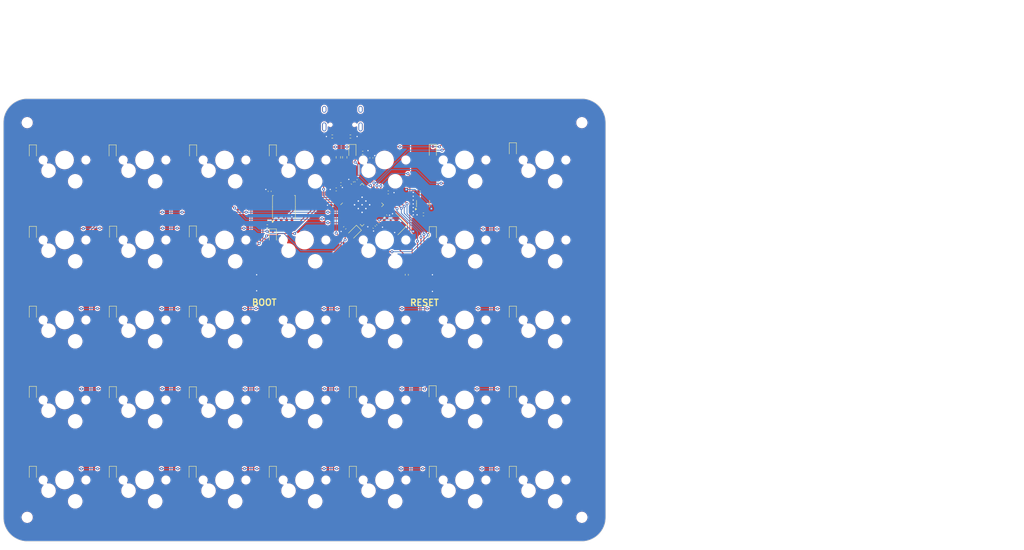
<source format=kicad_pcb>
(kicad_pcb (version 20240108) (generator "pcbnew") (generator_version "8.0")
  (layers (0 "F.Cu" signal) (31 "B.Cu" power) (34 "B.Paste" user) (35 "F.Paste" user) (36 "B.SilkS" user "B.Silkscreen") (37 "F.SilkS" user "F.Silkscreen") (38 "B.Mask" user) (39 "F.Mask" user) (44 "Edge.Cuts" user))
  (net 0 "")
  (net 1 "+3V3")
  (net 2 "GND")
  (net 3 "+1V1")
  (net 4 "VBUS")
  (net 5 "/XIN")
  (net 6 "/XOUT")
  (net 7 "/ROW_0")
  (net 8 "Net-(D1-A)")
  (net 9 "Net-(D2-A)")
  (net 10 "Net-(D3-A)")
  (net 11 "Net-(D4-A)")
  (net 12 "Net-(D5-A)")
  (net 13 "/ROW_1")
  (net 14 "Net-(D6-A)")
  (net 15 "Net-(D7-A)")
  (net 16 "Net-(D8-A)")
  (net 17 "Net-(D9-A)")
  (net 18 "Net-(D10-A)")
  (net 19 "/ROW_2")
  (net 20 "Net-(D11-A)")
  (net 21 "Net-(D12-A)")
  (net 22 "Net-(D13-A)")
  (net 23 "Net-(D14-A)")
  (net 24 "Net-(D15-A)")
  (net 25 "/ROW_3")
  (net 26 "Net-(D16-A)")
  (net 27 "Net-(D17-A)")
  (net 28 "Net-(D18-A)")
  (net 29 "Net-(D19-A)")
  (net 30 "Net-(D20-A)")
  (net 31 "/ROW_4")
  (net 32 "Net-(D21-A)")
  (net 33 "Net-(D22-A)")
  (net 34 "Net-(D23-A)")
  (net 35 "Net-(D24-A)")
  (net 36 "Net-(D25-A)")
  (net 37 "Net-(J1-CC1)")
  (net 38 "/USB_D+")
  (net 39 "/USB_D-")
  (net 41 "Net-(J1-CC2)")
  (net 43 "/~{USB_BOOT}")
  (net 44 "/COL_0")
  (net 45 "/COL_1")
  (net 46 "/COL_2")
  (net 47 "/COL_3")
  (net 48 "/COL_4")
  (net 49 "/QSPI_SD3")
  (net 50 "/QSPI_SCLK")
  (net 51 "/QSPI_SD0")
  (net 52 "/QSPI_SD2")
  (net 53 "/QSPI_SD1")
  (net 54 "/QSPI_SS")
  (net 55 "Net-(D26-A)")
  (net 56 "Net-(D27-A)")
  (net 57 "Net-(D28-A)")
  (net 58 "Net-(D29-A)")
  (net 59 "Net-(D30-A)")
  (net 60 "Net-(D31-A)")
  (net 61 "Net-(D32-A)")
  (net 62 "Net-(D33-A)")
  (net 63 "Net-(D34-A)")
  (net 64 "Net-(D35-A)")
  (net 65 "/COL_6")
  (net 66 "/COL_5")
  (net 82 "Net-(U2-USB_DM)")
  (net 83 "Net-(U2-USB_DP)")
  (net 84 "Net-(SW1-B)")
  (footprint "Capacitor_SMD:C_0402_1005Metric" (layer "F.Cu") (at 132.1308 73.5584 -135)
    (property "Reference" "C9" (hide yes))
    (property "Value" "100n")
  )
  (footprint "Diode_SMD:D_SOD-323" (layer "F.Cu") (at 57.8612 74.8284 -90)
    (property "Reference" "D32" (hide yes))
    (property "Value" "D")
  )
  (footprint "Diode_SMD:D_SOD-323" (layer "F.Cu") (at 153.1112 55.2704 -90)
    (property "Reference" "D6" (hide yes))
    (property "Value" "D")
  )
  (footprint "Package_TO_SOT_SMD:SOT-23-3" (layer "F.Cu") (at 150.777 67.8125 90)
    (property "Reference" "U3" (hide yes))
    (property "Value" "NCP1117-3.3_SOT223")
  )
  (footprint "Capacitor_SMD:C_0402_1005Metric" (layer "F.Cu") (at 141.1732 71.4756 -45)
    (property "Reference" "C10" (hide yes))
    (property "Value" "100n")
  )
  (footprint "Diode_SMD:D_SOD-323" (layer "F.Cu") (at 153.1112 93.8276 -90)
    (property "Reference" "D8" (hide yes))
    (property "Value" "D")
  )
  (footprint "Diode_SMD:D_SOD-323" (layer "F.Cu") (at 133.9596 55.3212 -90)
    (property "Reference" "D11" (hide yes))
    (property "Value" "D")
  )
  (footprint "Keebio-Parts.pretty-master:RP2040-QFN-56" (layer "F.Cu") (at 136.262998 68.073957 45)
    (property "Reference" "U2" (hide yes))
    (property "Value" "RP2040")
  )
  (footprint "Diode_SMD:D_SOD-323" (layer "F.Cu") (at 95.9612 74.7268 -90)
    (property "Reference" "D22" (hide yes))
    (property "Value" "D")
  )
  (footprint "Capacitor_SMD:C_0402_1005Metric" (layer "F.Cu") (at 138.4808 56.896 90)
    (property "Reference" "C16" (hide yes))
    (property "Value" "100n")
  )
  (footprint "Diode_SMD:D_SOD-323" (layer "F.Cu") (at 76.8604 55.4228 -90)
    (property "Reference" "D26" (hide yes))
    (property "Value" "D")
  )
  (footprint "Capacitor_SMD:C_0402_1005Metric" (layer "F.Cu") (at 114.2492 64.8716 90)
    (property "Reference" "C4" (hide yes))
    (property "Value" "100n")
  )
  (footprint "Resistor_SMD:R_0402_1005Metric" (layer "F.Cu") (at 114.1984 71.6788 90)
    (property "Reference" "R4" (hide yes))
    (property "Value" "DNP_10k")
  )
  (footprint "Diode_SMD:D_SOD-323" (layer "F.Cu") (at 172.1612 93.8276 -90)
    (property "Reference" "D3" (hide yes))
    (property "Value" "D")
  )
  (footprint "Diode_SMD:D_SOD-323" (layer "F.Cu") (at 172.1612 74.8792 -90)
    (property "Reference" "D2" (hide yes))
    (property "Value" "D")
  )
  (footprint "Diode_SMD:D_SOD-323" (layer "F.Cu") (at 95.9104 131.9616 -90)
    (property "Reference" "D25" (hide yes))
    (property "Value" "D")
  )
  (footprint "Capacitor_SMD:C_0402_1005Metric" (layer "F.Cu") (at 150.876 70.358 180)
    (property "Reference" "C8" (hide yes))
    (property "Value" "1u")
  )
  (footprint "Resistor_SMD:R_0603_1608Metric" (layer "F.Cu") (at 132.1308 56.769 90)
    (property "Reference" "R7" (hide yes))
    (property "Value" "27")
  )
  (footprint "MountingHole:MountingHole_2.2mm_M2" (layer "F.Cu") (at 188.595 142.494)
    (property "Reference" "H4" (hide yes))
    (property "Value" "MountingHole")
  )
  (footprint "MountingHole:MountingHole_2.2mm_M2" (layer "F.Cu") (at 56.515 48.514)
    (property "Reference" "H1" (hide yes))
    (property "Value" "MountingHole")
  )
  (footprint "Capacitor_SMD:C_0402_1005Metric" (layer "F.Cu") (at 140.0048 72.5932 -45)
    (property "Reference" "C15" (hide yes))
    (property "Value" "30p")
  )
  (footprint "Resistor_SMD:R_0402_1005Metric" (layer "F.Cu") (at 129.159 51.816 180)
    (property "Reference" "R3" (hide yes))
    (property "Value" "5k1")
  )
  (footprint "Diode_SMD:D_SOD-323" (layer "F.Cu") (at 134.0612 93.8276 -90)
    (property "Reference" "D13" (hide yes))
    (property "Value" "D")
  )
  (footprint "Diode_SMD:D_SOD-323" (layer "F.Cu") (at 153.0604 112.776 -90)
    (property "Reference" "D9" (hide yes))
    (property "Value" "D")
  )
  (footprint "Capacitor_SMD:C_0402_1005Metric" (layer "F.Cu") (at 141.8844 70.7644 -45)
    (property "Reference" "C3" (hide yes))
    (property "Value" "100n")
  )
  (footprint "Diode_SMD:D_SOD-323" (layer "F.Cu") (at 76.9112 93.8276 -90)
    (property "Reference" "D28" (hide yes))
    (property "Value" "D")
  )
  (footprint "Diode_SMD:D_SOD-323" (layer "F.Cu") (at 172.1612 112.9284 -90)
    (property "Reference" "D4" (hide yes))
    (property "Value" "D")
  )
  (footprint "Resistor_SMD:R_0402_1005Metric" (layer "F.Cu") (at 146.9136 84.7344 -90)
    (property "Reference" "R1" (hide yes))
    (property "Value" "10k")
  )
  (footprint "Diode_SMD:D_SOD-323" (layer "F.Cu") (at 153.1112 131.9616 -90)
    (property "Reference" "D10" (hide yes))
    (property "Value" "D")
  )
  (footprint "Diode_SMD:D_SOD-323" (layer "F.Cu") (at 76.962 74.7776 -90)
    (property "Reference" "D27" (hide yes))
    (property "Value" "D")
  )
  (footprint "Capacitor_SMD:C_0402_1005Metric" (layer "F.Cu") (at 139.1412 73.406 -45)
    (property "Reference" "C12" (hide yes))
    (property "Value" "30p")
  )
  (footprint "Diode_SMD:D_SOD-323" (layer "F.Cu") (at 115.0112 75.438 -90)
    (property "Reference" "D17" (hide yes))
    (property "Value" "D")
  )
  (footprint "Capacitor_SMD:C_0402_1005Metric" (layer "F.Cu") (at 136.398 55.6768)
    (property "Reference" "C14" (hide yes))
    (property "Value" "100n")
  )
  (footprint "Diode_SMD:D_SOD-323" (layer "F.Cu") (at 76.9112 131.9616 -90)
    (property "Reference" "D30" (hide yes))
    (property "Value" "D")
  )
  (footprint "Diode_SMD:D_SOD-323" (layer "F.Cu") (at 115.0112 93.8276 -90)
    (property "Reference" "D18" (hide yes))
    (property "Value" "D")
  )
  (footprint "Button_Switch_SMD:SW_Push_1P1T_XKB_TS-1187A" (layer "F.Cu") (at 151.13 86.6648 -90)
    (property "Reference" "SW1" (hide yes))
    (property "Value" "SW_SPST")
  )
  (footprint "MountingHole:MountingHole_2.2mm_M2" (layer "F.Cu") (at 188.595 48.514)
    (property "Reference" "H2" (hide yes))
    (property "Value" "MountingHole")
  )
  (footprint "Diode_SMD:D_SOD-323" (layer "F.Cu") (at 95.9612 113.03 -90)
    (property "Reference" "D24" (hide yes))
    (property "Value" "D")
  )
  (footprint "Crystal:Crystal_SMD_3225-4Pin_3.2x2.5mm" (layer "F.Cu") (at 144.526 72.644 135)
    (property "Reference" "Y1" (hide yes))
    (property "Value" "12MHz")
  )
  (footprint "Diode_SMD:D_SOD-323" (layer "F.Cu") (at 57.8612 55.4228 -90)
    (property "Reference" "D31" (hide yes))
    (property "Value" "D")
  )
  (footprint "Diode_SMD:D_SOD-323" (layer "F.Cu") (at 134.0612 112.9792 -90)
    (property "Reference" "D14" (hide yes))
    (property "Value" "D")
  )
  (footprint "Package_SO:SOIC-8_5.23x5.23mm_P1.27mm" (layer "F.Cu") (at 117.6528 68.58 90)
    (property "Reference" "U1" (hide yes))
    (property "Value" "W25Q128JVS")
  )
  (footprint "Capacitor_SMD:C_0402_1005Metric" (layer "F.Cu") (at 150.114 65.151 180)
    (property "Reference" "C5" (hide yes))
    (property "Value" "1u")
  )
  (footprint "MountingHole:MountingHole_2.2mm_M2" (layer "F.Cu") (at 56.515 142.494)
    (property "Reference" "H3" (hide yes))
    (property "Value" "MountingHole")
  )
  (footprint "Diode_SMD:D_SOD-323" (layer "F.Cu") (at 153.1112 74.8792 -90)
    (property "Reference" "D7" (hide yes))
    (property "Value" "D")
  )
  (footprint "Diode_SMD:D_SOD-323" (layer "F.Cu") (at 57.8612 93.8276 -90)
    (property "Reference" "D33" (hide yes))
    (property "Value" "D")
  )
  (footprint "Capacitor_SMD:C_0402_1005Metric" (layer "F.Cu") (at 142.494 65.1256)
    (property "Reference" "C13" (hide yes))
    (property "Value" "100n")
  )
  (footprint "Diode_SMD:D_SOD-323" (layer "F.Cu") (at 172.1612 54.9148 -90)
    (property "Reference" "D1" (hide yes))
    (property "Value" "D")
  )
  (footprint "Diode_SMD:D_SOD-323" (layer "F.Cu") (at 115.0112 55.4228 -90)
    (property "Reference" "D16" (hide yes))
    (property "Value" "D")
  )
  (footprint "Connector_USB:USB_C_Receptacle_XKB_U262-16XN-4BVC11" (layer "F.Cu") (at 131.572 46.414 180)
    (property "Reference" "J1" (hide yes))
    (property "Value" "USB_C_Receptacle_USB2.0")
  )
  (footprint "Diode_SMD:D_SOD-323" (layer "F.Cu") (at 95.9612 93.8276 -90)
    (property "Reference" "D23" (hide yes))
    (property "Value" "D")
  )
  (footprint "Diode_SMD:D_SOD-323" (layer "F.Cu") (at 96.012 55.4228 -90)
    (property "Reference" "D21" (hide yes))
    (property "Value" "D")
  )
  (footprint "Capacitor_SMD:C_0402_1005Metric" (layer "F.Cu") (at 130.0988 64.4144)
    (property "Reference" "C1" (hide yes))
    (property "Value" "100n")
  )
  (footprint "Capacitor_SMD:C_0402_1005Metric" (layer "F.Cu") (at 129.3876 68.1736 180)
    (property "Reference" "C7" (hide yes))
    (property "Value" "100n")
  )
  (footprint "Resistor_SMD:R_0603_1608Metric" (layer "F.Cu") (at 130.6068 56.769 90)
    (property "Reference" "R6" (hide yes))
    (property "Value" "27")
  )
  (footprint "Diode_SMD:D_SOD-323" (layer "F.Cu") (at 134.0612 131.9616 -90)
    (property "Reference" "D15" (hide yes))
    (property "Value" "D")
  )
  (footprint "Diode_SMD:D_SOD-323" (layer "F.Cu") (at 114.9604 112.9792 -90)
    (property "Reference" "D19" (hide yes))
    (property "Value" "D")
  )
  (footprint "Capacitor_SMD:C_0402_1005Metric" (layer "F.Cu") (at 134.8232 62.3316 135)
    (property "Reference" "C11" (hide yes))
    (property "Value" "1u")
  )
  (footprint "Diode_SMD:D_SOD-323" (layer "F.Cu") (at 76.9112 112.9792 -90)
    (property "Reference" "D29" (hide yes))
    (property "Value" "D")
  )
  (footprint "Diode_SMD:D_SOD-323" (layer "F.Cu") (at 134.366 74.676 -135)
    (property "Reference" "D12" (hide yes))
    (property "Value" "D")
  )
  (footprint "Diode_SMD:D_SOD-323" (layer "F.Cu") (at 57.8612 112.9284 -90)
    (property "Reference" "D34" (hide yes))
    (property "Value" "D")
  )
  (footprint "Capacitor_SMD:C_0402_1005Metric" (layer "F.Cu") (at 131.2164 63.1444 180)
    (property "Reference" "C6" (hide yes))
    (property "Value" "100n")
  )
  (footprint "Button_Switch_SMD:SW_Push_1P1T_XKB_TS-1187A" (layer "F.Cu") (at 113.03 86.614 -90)
    (property "Reference" "SW2" (hide yes))
    (property "Value" "SW_SPST")
  )
  (footprint "Resistor_SMD:R_0402_1005Metric" (layer "F.Cu") (at 133.477 51.816)
    (property "Reference" "R2" (hide yes))
    (property "Value" "5k1")
  )
  (footprint "Diode_SMD:D_SOD-323" (layer "F.Cu") (at 57.8612 131.9616 -90)
    (property "Reference" "D35" (hide yes))
    (property "Value" "D")
  )
  (footprint "Diode_SMD:D_SOD-323" (layer "F.Cu") (at 115.0112 131.9616 -90)
    (property "Reference" "D20" (hide yes))
    (property "Value" "D")
  )
  (footprint "Resistor_SMD:R_0402_1005Metric" (layer "F.Cu") (at 113.6904 73.2028)
    (property "Reference" "R5" (hide yes))
    (property "Value" "1k")
  )
  (footprint "Diode_SMD:D_SOD-323" (layer "F.Cu") (at 172.1612 131.9616 -90)
    (property "Reference" "D5" (hide yes))
    (property "Value" "D")
  )
  (footprint "Capacitor_SMD:C_0402_1005Metric" (layer "F.Cu") (at 133.9596 62.8904 135)
    (property "Reference" "C2" (hide yes))
    (property "Value" "1u")
  )
  (footprint "hotswap_socket_symbol:Kailh_socket_MX" (layer "B.Cu") (at 103.505 57.404)
    (property "Reference" "SW23" (hide yes))
    (property "Value" "KEY_4_03")
  )
  (footprint "hotswap_socket_symbol:Kailh_socket_MX" (layer "B.Cu") (at 65.405 114.554)
    (property "Reference" "SW36" (hide yes))
    (property "Value" "KEY_4_03")
  )
  (footprint "hotswap_socket_symbol:Kailh_socket_MX" (layer "B.Cu") (at 179.705001 57.404)
    (property "Reference" "SW3" (hide yes))
    (property "Value" "KEY_1_00")
  )
  (footprint "hotswap_socket_symbol:Kailh_socket_MX" (layer "B.Cu") (at 103.505 114.554)
    (property "Reference" "SW26" (hide yes))
    (property "Value" "KEY_4_03")
  )
  (footprint "hotswap_socket_symbol:Kailh_socket_MX" (layer "B.Cu") (at 141.605 95.504)
    (property "Reference" "SW15" (hide yes))
    (property "Value" "KEY_11_22")
  )
  (footprint "hotswap_socket_symbol:Kailh_socket_MX" (layer "B.Cu") (at 141.605 114.554)
    (property "Reference" "SW16" (hide yes))
    (property "Value" "KEY_11_22")
  )
  (footprint "hotswap_socket_symbol:Kailh_socket_MX" (layer "B.Cu") (at 160.655 133.604)
    (property "Reference" "SW12" (hide yes))
    (property "Value" "KEY_10_21")
  )
  (footprint "hotswap_socket_symbol:Kailh_socket_MX" (layer "B.Cu") (at 103.505 133.604)
    (property "Reference" "SW27" (hide yes))
    (property "Value" "KEY_4_03")
  )
  (footprint "hotswap_socket_symbol:Kailh_socket_MX" (layer "B.Cu") (at 179.705 114.554)
    (property "Reference" "SW6" (hide yes))
    (property "Value" "KEY_9_20")
  )
  (footprint "hotswap_socket_symbol:Kailh_socket_MX" (layer "B.Cu") (at 160.655 114.554)
    (property "Reference" "SW11" (hide yes))
    (property "Value" "KEY_10_21")
  )
  (footprint "hotswap_socket_symbol:Kailh_socket_MX" (layer "B.Cu") (at 84.455 95.504)
    (property "Reference" "SW30" (hide yes))
    (property "Value" "KEY_12_23")
  )
  (footprint "hotswap_socket_symbol:Kailh_socket_MX" (layer "B.Cu") (at 65.405 95.504)
    (property "Reference" "SW35" (hide yes))
    (property "Value" "KEY_4_03")
  )
  (footprint "hotswap_socket_symbol:Kailh_socket_MX" (layer "B.Cu") (at 103.505 76.454)
    (property "Reference" "SW24" (hide yes))
    (property "Value" "KEY_4_03")
  )
  (footprint "hotswap_socket_symbol:Kailh_socket_MX" (layer "B.Cu") (at 179.705001 76.454)
    (property "Reference" "SW4" (hide yes))
    (property "Value" "KEY_5_10")
  )
  (footprint "hotswap_socket_symbol:Kailh_socket_MX" (layer "B.Cu") (at 65.405 76.454)
    (property "Reference" "SW34" (hide yes))
    (property "Value" "KEY_4_03")
  )
  (footprint "hotswap_socket_symbol:Kailh_socket_MX" (layer "B.Cu") (at 122.555 95.504)
    (property "Reference" "SW20" (hide yes))
    (property "Value" "KEY_12_23")
  )
  (footprint "hotswap_socket_symbol:Kailh_socket_MX" (layer "B.Cu") (at 122.555 57.404)
    (property "Reference" "SW18" (hide yes))
    (property "Value" "KEY_4_03")
  )
  (footprint "hotswap_socket_symbol:Kailh_socket_MX" (layer "B.Cu") (at 84.455 57.404)
    (property "Reference" "SW28" (hide yes))
    (property "Value" "KEY_4_03")
  )
  (footprint "hotswap_socket_symbol:Kailh_socket_MX" (layer "B.Cu") (at 103.505 95.504)
    (property "Reference" "SW25" (hide yes))
    (property "Value" "KEY_4_03")
  )
  (footprint "hotswap_socket_symbol:Kailh_socket_MX" (layer "B.Cu") (at 122.555 114.554)
    (property "Reference" "SW21" (hide yes))
    (property "Value" "KEY_12_23")
  )
  (footprint "hotswap_socket_symbol:Kailh_socket_MX" (layer "B.Cu") (at 65.405 133.604)
    (property "Reference" "SW37" (hide yes))
    (property "Value" "KEY_4_03")
  )
  (footprint "hotswap_socket_symbol:Kailh_socket_MX" (layer "B.Cu") (at 84.455 114.554)
    (property "Reference" "SW31" (hide yes))
    (property "Value" "KEY_12_23")
  )
  (footprint "hotswap_socket_symbol:Kailh_socket_MX" (layer "B.Cu") (at 122.555 76.454)
    (property "Reference" "SW19" (hide yes))
    (property "Value" "KEY_8_13")
  )
  (footprint "hotswap_socket_symbol:Kailh_socket_MX" (layer "B.Cu") (at 141.605 57.404)
    (property "Reference" "SW13" (hide yes))
    (property "Value" "KEY_3_02")
  )
  (footprint "hotswap_socket_symbol:Kailh_socket_MX" (layer "B.Cu") (at 122.555 133.604)
    (property "Reference" "SW22" (hide yes))
    (property "Value" "KEY_12_23")
  )
  (footprint "hotswap_socket_symbol:Kailh_socket_MX" (layer "B.Cu") (at 84.455 133.604)
    (property "Reference" "SW32" (hide yes))
    (property "Value" "KEY_12_23")
  )
  (footprint "hotswap_socket_symbol:Kailh_socket_MX" (layer "B.Cu") (at 65.405 57.404)
    (property "Reference" "SW33" (hide yes))
    (property "Value" "KEY_4_03")
  )
  (footprint "hotswap_socket_symbol:Kailh_socket_MX" (layer "B.Cu") (at 179.705 95.504)
    (property "Reference" "SW5" (hide yes))
    (property "Value" "KEY_9_20")
  )
  (footprint "hotswap_socket_symbol:Kailh_socket_MX" (layer "B.Cu") (at 160.655 95.504)
    (property "Reference" "SW10" (hide yes))
    (property "Value" "KEY_10_21")
  )
  (footprint "hotswap_socket_symbol:Kailh_socket_MX" (layer "B.Cu") (at 160.655 76.454)
    (property "Reference" "SW9" (hide yes))
    (property "Value" "KEY_6_11")
  )
  (footprint "hotswap_socket_symbol:Kailh_socket_MX" (layer "B.Cu") (at 84.455 76.454)
    (property "Reference" "SW29" (hide yes))
    (property "Value" "KEY_8_13")
  )
  (footprint "hotswap_socket_symbol:Kailh_socket_MX" (layer "B.Cu") (at 141.605 133.604)
    (property "Reference" "SW17" (hide yes))
    (property "Value" "KEY_11_22")
  )
  (footprint "hotswap_socket_symbol:Kailh_socket_MX" (layer "B.Cu") (at 160.655 57.404)
    (property "Reference" "SW8" (hide yes))
    (property "Value" "KEY_2_01")
  )
  (footprint "hotswap_socket_symbol:Kailh_socket_MX" (layer "B.Cu") (at 179.705 133.604)
    (property "Reference" "SW7" (hide yes))
    (property "Value" "KEY_9_20")
  )
  (footprint "hotswap_socket_symbol:Kailh_socket_MX" (layer "B.Cu") (at 141.605 76.454)
    (property "Reference" "SW14" (hide yes))
    (property "Value" "KEY_7_12")
  )
  (gr_arc (start 56.555 148.183618) (mid 52.538904 146.520096) (end 50.875382 142.504) (stroke (width 0.1)) (layer "Edge.Cuts"))
  (gr_line (start 194.234618 48.504) (end 194.234618 142.504) (stroke (width 0.1)) (layer "Edge.Cuts"))
  (gr_line (start 188.555 42.824382) (end 56.555 42.824382) (stroke (width 0.1)) (layer "Edge.Cuts"))
  (gr_line (start 56.555 148.183618) (end 188.555 148.183618) (stroke (width 0.1)) (layer "Edge.Cuts"))
  (gr_arc (start 194.234618 142.504) (mid 192.571096 146.520096) (end 188.555 148.183618) (stroke (width 0.1)) (layer "Edge.Cuts"))
  (gr_arc (start 50.875382 48.504) (mid 52.538904 44.487904) (end 56.555 42.824382) (stroke (width 0.1)) (layer "Edge.Cuts"))
  (gr_arc (start 188.555 42.824382) (mid 192.571096 44.487904) (end 194.234618 48.504) (stroke (width 0.1)) (layer "Edge.Cuts"))
  (gr_line (start 50.875382 48.504) (end 50.875382 142.504) (stroke (width 0.1)) (layer "Edge.Cuts"))
  (gr_text "BOOT" (at 109.8804 92.202 0) (layer "F.SilkS") (effects (font (size 1.5 1.5) (thickness 0.3) (bold yes)) (justify left bottom)))
  (gr_text "RESET" (at 147.5232 92.2528 0) (layer "F.SilkS") (effects (font (size 1.5 1.5) (thickness 0.3) (bold yes)) (justify left bottom)))
  (segment (start 135.3241 56.2707) (end 135.918 55.6768) (width 0.2) (layer "F.Cu") (net 1))
  (segment (start 151.356 72.063024) (end 151.356 70.358) (width 0.2) (layer "F.Cu") (net 1))
  (segment (start 131.501282 68.1736) (end 129.8676 68.1736) (width 0.2) (layer "F.Cu") (net 1))
  (segment (start 135.670796 63.8048) (end 135.945 63.530596) (width 0.2) (layer "F.Cu") (net 1))
  (segment (start 138.835099 70.363215) (end 139.439484 70.9676) (width 0.2) (layer "F.Cu") (net 1))
  (segment (start 140.326658 71.653789) (end 140.326658 71.64332) (width 0.2) (layer "F.Cu") (net 1))
  (segment (start 148.997024 74.422) (end 151.356 72.063024) (width 0.2) (layer "F.Cu") (net 1))
  (segment (start 137.8204 62.8396) (end 138.2776 62.8396) (width 0.2) (layer "F.Cu") (net 1))
  (segment (start 148.4376 74.422) (end 148.997024 74.422) (width 0.2) (layer "F.Cu") (net 1))
  (segment (start 131.993841 68.666159) (end 131.501282 68.1736) (width 0.2) (layer "F.Cu") (net 1))
  (segment (start 152.7556 68.9864) (end 152.7556 69.4436) (width 0.2) (layer "F.Cu") (net 1))
  (segment (start 151.8412 70.358) (end 151.356 70.358) (width 0.2) (layer "F.Cu") (net 1))
  (segment (start 135.945 58.522329) (end 135.3241 57.901429) (width 0.2) (layer "F.Cu") (net 1))
  (segment (start 132.1816 63.1444) (end 131.6964 63.1444) (width 0.2) (layer "F.Cu") (net 1))
  (segment (start 142.5956 64.516) (end 142.014 65.0976) (width 0.2) (layer "F.Cu") (net 1))
  (segment (start 136.8552 63.8048) (end 137.8204 62.8396) (width 0.2) (layer "F.Cu") (net 1))
  (segment (start 140.326658 71.64332) (end 140.833789 71.136189) (width 0.2) (layer "F.Cu") (net 1))
  (segment (start 134.9756 63.3984) (end 135.162611 63.211389) (width 0.2) (layer "F.Cu") (net 1))
  (segment (start 131.6964 63.218) (end 133.97374 65.49534) (width 0.2) (layer "F.Cu") (net 1))
  (segment (start 135.945 63.530596) (end 135.945 58.522329) (width 0.2) (layer "F.Cu") (net 1))
  (segment (start 146.7866 64.4398) (end 146.7104 64.516) (width 0.2) (layer "F.Cu") (net 1))
  (segment (start 134.9756 63.67529) (end 134.9756 63.3984) (width 0.2) (layer "F.Cu") (net 1))
  (segment (start 140.6144 65.1256) (end 139.400784 66.339216) (width 0.2) (layer "F.Cu") (net 1))
  (segment (start 134.256213 65.219013) (end 132.1816 63.1444) (width 0.2) (layer "F.Cu") (net 1))
  (segment (start 138.4808 57.7596) (end 138.4808 57.376) (width 0.2) (layer "F.Cu") (net 1))
  (segment (start 132.470211 73.218989) (end 132.532179 73.218989) (width 0.2) (layer "F.Cu") (net 1))
  (segment (start 139.439484 70.9676) (end 140.6652 70.9676) (width 0.2) (layer "F.Cu") (net 1))
  (segment (start 139.645 61.4722) (end 139.645 58.9238) (width 0.2) (layer "F.Cu") (net 1))
  (segment (start 134.256583 65.219013) (end 134.256213 65.219013) (width 0.2) (layer "F.Cu") (net 1))
  (segment (start 133.97374 65.49534) (end 133.97374 65.501856) (width 0.2) (layer "F.Cu") (net 1))
  (segment (start 135.3241 57.901429) (end 135.3241 56.2707) (width 0.2) (layer "F.Cu") (net 1))
  (segment (start 139.645 58.9238) (end 138.4808 57.7596) (width 0.2) (layer "F.Cu") (net 1))
  (segment (start 135.162611 63.211389) (end 135.162611 62.671011) (width 0.2) (layer "F.Cu") (net 1))
  (segment (start 142.014 65.0976) (end 142.014 65.1256) (width 0.2) (layer "F.Cu") (net 1))
  (segment (start 135.387953 64.087643) (end 134.9756 63.67529) (width 0.2) (layer "F.Cu") (net 1))
  (segment (start 146.7104 64.516) (end 142.5956 64.516) (width 0.2) (layer "F.Cu") (net 1))
  (segment (start 138.2776 62.8396) (end 139.645 61.4722) (width 0.2) (layer "F.Cu") (net 1))
  (segment (start 131.6964 63.1444) (end 131.6964 63.218) (width 0.2) (layer "F.Cu") (net 1))
  (segment (start 140.6652 70.9676) (end 140.833789 71.136189) (width 0.2) (layer "F.Cu") (net 1))
  (segment (start 132.532179 73.218989) (end 134.539425 71.211743) (width 0.2) (layer "F.Cu") (net 1))
  (segment (start 152.7556 69.4436) (end 151.8412 70.358) (width 0.2) (layer "F.Cu") (net 1))
  (segment (start 142.014 65.1256) (end 140.6144 65.1256) (width 0.2) (layer "F.Cu") (net 1))
  (via (at 152.7556 68.9864) (size 0.7) (drill 0.3) (layers "F.Cu" "B.Cu") (net 1))
  (via (at 146.7866 64.4398) (size 0.7) (drill 0.3) (layers "F.Cu" "B.Cu") (net 1))
  (via (at 140.326658 71.653789) (size 0.7) (drill 0.3) (layers "F.Cu" "B.Cu") (net 1))
  (via (at 148.4376 74.422) (size 0.7) (drill 0.3) (layers "F.Cu" "B.Cu") (net 1))
  (segment (start 152.7556 68.330093) (end 152.7556 68.9864) (width 0.2) (layer "B.Cu") (net 1))
  (segment (start 145.288 71.4756) (end 148.2344 74.422) (width 0.2) (layer "B.Cu") (net 1))
  (segment (start 140.504847 71.4756) (end 145.288 71.4756) (width 0.2) (layer "B.Cu") (net 1))
  (segment (start 146.7866 64.4398) (end 148.865307 64.4398) (width 0.2) (layer "B.Cu") (net 1))
  (segment (start 148.865307 64.4398) (end 152.7556 68.330093) (width 0.2) (layer "B.Cu") (net 1))
  (segment (start 140.326658 71.653789) (end 140.504847 71.4756) (width 0.2) (layer "B.Cu") (net 1))
  (segment (start 148.2344 74.422) (end 148.4376 74.422) (width 0.2) (layer "B.Cu") (net 1))
  (segment (start 144.018 74.676) (end 144.049635 74.676) (width 0.2) (layer "F.Cu") (net 2))
  (segment (start 133.620189 62.550989) (end 133.096 62.0268) (width 0.2) (layer "F.Cu") (net 2))
  (segment (start 142.256189 71.103811) (end 142.223811 71.103811) (width 0.2) (layer "F.Cu") (net 2))
  (segment (start 113.3576 64.3916) (end 113.3348 64.4144) (width 0.2) (layer "F.Cu") (net 2))
  (segment (start 128.649001 51.816) (end 128.522 51.688999) (width 0.3) (layer "F.Cu") (net 2))
  (segment (start 141.1224 73.406) (end 140.8176 73.406) (width 0.2) (layer "F.Cu") (net 2))
  (segment (start 119.5578 72.18) (end 119.5578 70.9422) (width 0.2) (layer "F.Cu") (net 2))
  (segment (start 111.1504 83.6186) (end 111.155 83.614) (width 0.2) (layer "F.Cu") (net 2))
  (segment (start 153.0096 83.6694) (end 153.005 83.6648) (width 0.2) (layer "F.Cu") (net 2))
  (segment (start 144.049635 74.676) (end 144.702777 74.022858) (width 0.2) (layer "F.Cu") (net 2))
  (segment (start 128.522 51.688999) (end 128.522 50.084) (width 0.3) (layer "F.Cu") (net 2))
  (segment (start 111.1504 89.6094) (end 111.155 89.614) (width 0.2) (layer "F.Cu") (net 2))
  (segment (start 143.51 70.196) (end 144.349223 71.035223) (width 0.2) (layer "F.Cu") (net 2))
  (segment (start 128.649001 51.816) (end 127.762 51.816) (width 0.3) (layer "F.Cu") (net 2))
  (segment (start 153.0096 84.7344) (end 153.0096 83.6694) (width 0.2) (layer "F.Cu") (net 2))
  (segment (start 131.791389 73.897811) (end 131.2672 74.422) (width 0.2) (layer "F.Cu") (net 2))
  (segment (start 138.3284 72.5932) (end 138.3284 71.553572) (width 0.2) (layer "F.Cu") (net 2))
  (segment (start 138.9888 74.3204) (end 139.480611 73.828589) (width 0.2) (layer "F.Cu") (net 2))
  (segment (start 128.222 50.084) (end 128.522 50.084) (width 0.3) (layer "F.Cu") (net 2))
  (segment (start 134.622 51.181) (end 134.622 50.084) (width 0.3) (layer "F.Cu") (net 2))
  (segment (start 136.878 55.6768) (end 137.16 55.6768) (width 0.2) (layer "F.Cu") (net 2))
  (segment (start 143.8148 65.1256) (end 143.8656 65.1764) (width 0.2) (layer "F.Cu") (net 2))
  (segment (start 139.480611 73.828589) (end 139.480611 73.745411) (width 0.2) (layer "F.Cu") (net 2))
  (segment (start 128.9076 68.1736) (end 128.016 68.1736) (width 0.2) (layer "F.Cu") (net 2))
  (segment (start 153.0096 89.6602) (end 153.005 89.6648) (width 0.2) (layer "F.Cu") (net 2))
  (segment (start 137.16 55.6768) (end 137.668 55.1688) (width 0.2) (layer "F.Cu") (net 2))
  (segment (start 140.8176 73.406) (end 140.344211 72.932611) (width 0.2) (layer "F.Cu") (net 2))
  (segment (start 142.974 65.1256) (end 143.8148 65.1256) (width 0.2) (layer "F.Cu") (net 2))
  (segment (start 114.2492 64.3916) (end 113.3576 64.3916) (width 0.2) (layer "F.Cu") (net 2))
  (segment (start 133.987 51.816) (end 134.622 51.181) (width 0.3) (layer "F.Cu") (net 2))
  (segment (start 111.1504 88.5444) (end 111.1504 89.6094) (width 0.2) (layer "F.Cu") (net 2))
  (segment (start 137.6172 73.3044) (end 138.3284 72.5932) (width 0.2) (layer "F.Cu") (net 2))
  (segment (start 131.5492 63.9572) (end 130.7364 63.1444) (width 0.2) (layer "F.Cu") (net 2))
  (segment (start 138.458 56.388) (end 139.2428 56.388) (width 0.2) (layer "F.Cu") (net 2))
  (segment (start 133.620189 62.550989) (end 134.178989 61.992189) (width 0.2) (layer "F.Cu") (net 2))
  (segment (start 131.572 63.9572) (end 131.5492 63.9572) (width 0.2) (layer "F.Cu") (net 2))
  (segment (start 138.3284 71.553572) (end 137.986571 71.211743) (width 0.2) (layer "F.Cu") (net 2))
  (segment (start 111.1504 84.7344) (end 111.1504 83.6186) (width 0.2) (layer "F.Cu") (net 2))
  (segment (start 129.6188 64.4144) (end 128.6764 64.4144) (width 0.2) (layer "F.Cu") (net 2))
  (segment (start 153.0096 88.6968) (end 153.0096 89.6602) (width 0.2) (layer "F.Cu") (net 2))
  (segment (start 133.987 51.816) (end 135.0772 51.816) (width 0.3) (layer "F.Cu") (net 2))
  (segment (start 142.7988 70.5612) (end 142.256189 71.103811) (width 0.2) (layer "F.Cu") (net 2))
  (segment (start 134.622 50.084) (end 134.922 50.084) (width 0.3) (layer "F.Cu") (net 2))
  (segment (start 134.178989 61.992189) (end 134.483789 61.992189) (width 0.2) (layer "F.Cu") (net 2))
  (segment (start 119.5578 70.9422) (end 119.5324 70.9168) (width 0.2) (layer "F.Cu") (net 2))
  (segment (start 141.512611 71.815011) (end 142.223811 71.103811) (width 0.2) (layer "F.Cu") (net 2))
  (segment (start 144.349223 71.035223) (end 144.349223 71.265142) (width 0.2) (layer "F.Cu") (net 2))
  (via (at 133.096 62.0268) (size 0.7) (drill 0.3) (layers "F.Cu" "B.Cu") (net 2))
  (via (at 143.51 70.196) (size 0.7) (drill 0.3) (layers "F.Cu" "B.Cu") (net 2))
  (via (at 119.5324 70.9168) (size 0.7) (drill 0.3) (layers "F.Cu" "B.Cu") (net 2))
  (via (at 111.1504 84.7344) (size 0.7) (drill 0.3) (layers "F.Cu" "B.Cu") (net 2))
  (via (at 135.0772 51.816) (size 0.7) (drill 0.3) (layers "F.Cu" "B.Cu") (net 2))
  (via (at 148.4376 70.4596) (size 0.7) (drill 0.3) (layers "F.Cu" "B.Cu") (net 2))
  (via (at 153.0096 88.6968) (size 0.7) (drill 0.3) (layers "F.Cu" "B.Cu") (net 2))
  (via (at 144.018 74.676) (size 0.7) (drill 0.3) (layers "F.Cu" "B.Cu") (net 2))
  (via (at 111.1504 88.5444) (size 0.7) (drill 0.3) (layers "F.Cu" "B.Cu") (net 2))
  (via (at 148.4376 65.1256) (size 0.7) (drill 0.3) (layers "F.Cu" "B.Cu") (net 2))
  (via (at 148.4376 68.7324) (size 0.7) (drill 0.3) (layers "F.Cu" "B.Cu") (net 2))
  (via (at 153.0096 84.7344) (size 0.7) (drill 0.3) (layers "F.Cu" "B.Cu") (net 2))
  (via (at 139.2708 56.36) (size 0.7) (drill 0.3) (layers "F.Cu" "B.Cu") (net 2))
  (via (at 148.4376 66.9544) (size 0.7) (drill 0.3) (layers "F.Cu" "B.Cu") (net 2))
  (via (at 127.762 51.816) (size 0.7) (drill 0.3) (layers "F.Cu" "B.Cu") (net 2))
  (via (at 148.4376 69.6468) (size 0.7) (drill 0.3) (layers "F.Cu" "B.Cu") (net 2))
  (via (at 138.9888 74.3204) (size 0.7) (drill 0.3) (layers "F.Cu" "B.Cu") (net 2))
  (via (at 143.8656 65.1764) (size 0.7) (drill 0.3) (layers "F.Cu" "B.Cu") (net 2))
  (via (at 113.3348 64.4144) (size 0.7) (drill 0.3) (layers "F.Cu" "B.Cu") (net 2))
  (via (at 141.1224 73.406) (size 0.7) (drill 0.3) (layers "F.Cu" "B.Cu") (net 2))
  (via (at 128.016 68.1736) (size 0.7) (drill 0.3) (layers "F.Cu" "B.Cu") (net 2))
  (via (at 137.6172 73.3044) (size 0.7) (drill 0.3) (layers "F.Cu" "B.Cu") (net 2))
  (via (at 148.4376 66.04) (size 0.7) (drill 0.3) (layers "F.Cu" "B.Cu") (net 2))
  (via (at 131.2672 74.422) (size 0.7) (drill 0.3) (layers "F.Cu" "B.Cu") (net 2))
  (via (at 142.7988 70.5612) (size 0.7) (drill 0.3) (layers "F.Cu" "B.Cu") (net 2))
  (via (at 131.572 63.9572) (size 0.7) (drill 0.3) (layers "F.Cu" "B.Cu") (net 2))
  (via (at 137.668 55.1688) (size 0.7) (drill 0.3) (layers "F.Cu" "B.Cu") (net 2))
  (via (at 148.4376 67.8688) (size 0.7) (drill 0.3) (layers "F.Cu" "B.Cu") (net 2))
  (via (at 128.6764 64.4144) (size 0.7) (drill 0.3) (layers "F.Cu" "B.Cu") (net 2))
  (via (at 149.352 70.4596) (size 0.7) (drill 0.3) (layers "F.Cu" "B.Cu") (net 2))
  (segment (start 139.117942 70.080372) (end 139.54797 70.5104) (width 0.2) (layer "F.Cu") (net 3))
  (segment (start 133.690897 65.784699) (end 133.690897 65.822097) (width 0.2) (layer "F.Cu") (net 3))
  (segment (start 139.117942 70.080372) (end 139.117572 70.080372) (width 0.2) (layer "F.Cu") (net 3))
  (segment (start 141.459578 70.5104) (end 141.544989 70.424989) (width 0.2) (layer "F.Cu") (net 3))
  (segment (start 139.54797 70.5104) (end 141.459578 70.5104) (width 0.2) (layer "F.Cu") (net 3))
  (segment (start 130.7312 64.5668) (end 132.472998 64.5668) (width 0.2) (layer "F.Cu") (net 3))
  (segment (start 134.299011 63.564385) (end 135.105111 64.370485) (width 0.2) (layer "F.Cu") (net 3))
  (segment (start 139.117572 70.080372) (end 138.2776 69.2404) (width 0.2) (layer "F.Cu") (net 3))
  (segment (start 130.5788 64.4144) (end 130.7312 64.5668) (width 0.2) (layer "F.Cu") (net 3))
  (segment (start 135.105111 64.391511) (end 135.89 65.1764) (width 0.2) (layer "F.Cu") (net 3))
  (segment (start 135.105111 64.370485) (end 135.105111 64.391511) (width 0.2) (layer "F.Cu") (net 3))
  (segment (start 133.690897 65.822097) (end 134.4676 66.5988) (width 0.2) (layer "F.Cu") (net 3))
  (segment (start 132.472998 64.5668) (end 133.690897 65.784699) (width 0.2) (layer "F.Cu") (net 3))
  (segment (start 133.690897 65.771297) (end 133.690897 65.784699) (width 0.2) (layer "F.Cu") (net 3))
  (segment (start 134.299011 63.229811) (end 134.299011 63.564385) (width 0.2) (layer "F.Cu") (net 3))
  (segment (start 130.683 48.006) (end 132.423695 48.006) (width 0.3) (layer "F.Cu") (net 4))
  (segment (start 129.322 50.084) (end 129.322 49.367) (width 0.3) (layer "F.Cu") (net 4))
  (segment (start 132.423695 48.006) (end 133.822 49.404305) (width 0.3) (layer "F.Cu") (net 4))
  (segment (start 133.822 49.404305) (end 133.822 50.084) (width 0.3) (layer "F.Cu") (net 4))
  (segment (start 129.022 50.084) (end 129.322 50.084) (width 0.3) (layer "F.Cu") (net 4))
  (segment (start 133.822 50.084) (end 134.122 50.084) (width 0.3) (layer "F.Cu") (net 4))
  (segment (start 129.322 49.367) (end 130.683 48.006) (width 0.3) (layer "F.Cu") (net 4))
  (segment (start 138.269413 70.928901) (end 138.8872 71.546688) (width 0.2) (layer "F.Cu") (net 5))
  (segment (start 144.349223 72.820777) (end 145.904858 72.820777) (width 0.2) (layer "F.Cu") (net 5))
  (segment (start 139.57756 73.0504) (end 140.59356 74.0664) (width 0.2) (layer "F.Cu") (net 5))
  (segment (start 138.817978 73.0504) (end 139.57756 73.0504) (width 0.2) (layer "F.Cu") (net 5))
  (segment (start 140.59356 74.0664) (end 143.1036 74.0664) (width 0.2) (layer "F.Cu") (net 5))
  (segment (start 143.1036 74.0664) (end 144.349223 72.820777) (width 0.2) (layer "F.Cu") (net 5))
  (segment (start 138.8872 72.981178) (end 138.801789 73.066589) (width 0.2) (layer "F.Cu") (net 5))
  (segment (start 138.8872 71.546688) (end 138.8872 72.981178) (width 0.2) (layer "F.Cu") (net 5))
  (segment (start 138.801789 73.066589) (end 138.817978 73.0504) (width 0.2) (layer "F.Cu") (net 5))
  (segment (start 138.552256 70.646058) (end 139.2372 71.331002) (width 0.2) (layer "F.Cu") (net 6))
  (segment (start 139.2372 71.8256) (end 139.665389 72.253789) (width 0.2) (layer "F.Cu") (net 6))
  (segment (start 141.5288 72.9488) (end 142.665565 72.9488) (width 0.2) (layer "F.Cu") (net 6))
  (segment (start 140.833789 72.253789) (end 141.5288 72.9488) (width 0.2) (layer "F.Cu") (net 6))
  (segment (start 139.2372 71.331002) (end 139.2372 71.8256) (width 0.2) (layer "F.Cu") (net 6))
  (segment (start 139.665389 72.253789) (end 140.833789 72.253789) (width 0.2) (layer "F.Cu") (net 6))
  (segment (start 142.665565 72.9488) (end 143.147142 72.467223) (width 0.2) (layer "F.Cu") (net 6))
  (segment (start 134.62 57.912) (end 134.62 55.6768) (width 0.2) (layer "F.Cu") (net 7))
  (segment (start 134.9588 54.2712) (end 133.9596 54.2712) (width 0.2) (layer "F.Cu") (net 7))
  (segment (start 153.1112 54.2204) (end 154.6688 54.2204) (width 0.2) (layer "F.Cu") (net 7))
  (segment (start 132.694 54.2712) (end 133.9596 54.2712) (width 0.2) (layer "F.Cu") (net 7))
  (segment (start 129.91 54.3052) (end 115.0788 54.3052) (width 0.2) (layer "F.Cu") (net 7))
  (segment (start 57.878 54.356) (end 76.8436 54.356) (width 0.2) (layer "F.Cu") (net 7))
  (segment (start 76.8772 54.356) (end 95.9952 54.356) (width 0.2) (layer "F.Cu") (net 7))
  (segment (start 134.62 55.6768) (end 133.9596 55.0164) (width 0.2) (layer "F.Cu") (net 7))
  (segment (start 96.0288 54.356) (end 114.9944 54.356) (width 0.2) (layer "F.Cu") (net 7))
  (segment (start 154.7028 54.2544) (end 155.0924 53.8648) (width 0.2) (layer "F.Cu") (net 7))
  (segment (start 76.8436 54.356) (end 76.8604 54.3728) (width 0.2) (layer "F.Cu") (net 7))
  (segment (start 155.0924 53.8648) (end 172.1612 53.8648) (width 0.2) (layer "F.Cu") (net 7))
  (segment (start 138.59691 64.891516) (end 138.269413 65.219013) (width 0.2) (layer "F.Cu") (net 7))
  (segment (start 96.012 54.3728) (end 96.0288 54.356) (width 0.2) (layer "F.Cu") (net 7))
  (segment (start 115.0788 54.3052) (end 115.0112 54.3728) (width 0.2) (layer "F.Cu") (net 7))
  (segment (start 134.9756 54.2544) (end 134.9588 54.2712) (width 0.2) (layer "F.Cu") (net 7))
  (segment (start 145.2372 54.2544) (end 134.9756 54.2544) (width 0.2) (layer "F.Cu") (net 7))
  (segment (start 76.8604 54.3728) (end 76.8772 54.356) (width 0.2) (layer "F.Cu") (net 7))
  (segment (start 114.9944 54.356) (end 115.0112 54.3728) (width 0.2) (layer "F.Cu") (net 7))
  (segment (start 95.9952 54.356) (end 96.012 54.3728) (width 0.2) (layer "F.Cu") (net 7))
  (segment (start 132.66 54.3052) (end 132.694 54.2712) (width 0.2) (layer "F.Cu") (net 7))
  (segment (start 154.6688 54.2204) (end 154.7028 54.2544) (width 0.2) (layer "F.Cu") (net 7))
  (segment (start 138.2776 63.5) (end 138.59691 63.81931) (width 0.2) (layer "F.Cu") (net 7))
  (segment (start 57.8612 54.3728) (end 57.878 54.356) (width 0.2) (layer "F.Cu") (net 7))
  (segment (start 133.9596 55.0164) (end 133.9596 54.2712) (width 0.2) (layer "F.Cu") (net 7))
  (segment (start 138.59691 63.81931) (end 138.59691 64.891516) (width 0.2) (layer "F.Cu") (net 7))
  (via (at 134.62 57.912) (size 0.7) (drill 0.3) (layers "F.Cu" "B.Cu") (net 7))
  (via (at 138.2776 63.5) (size 0.7) (drill 0.3) (layers "F.Cu" "B.Cu") (net 7))
  (via (at 129.91 54.3052) (size 0.7) (drill 0.3) (layers "F.Cu" "B.Cu") (net 7))
  (via (at 145.2372 54.2544) (size 0.7) (drill 0.3) (layers "F.Cu" "B.Cu") (net 7))
  (via (at 132.66 54.3052) (size 0.7) (drill 0.3) (layers "F.Cu" "B.Cu") (net 7))
  (via (at 154.7028 54.2544) (size 0.7) (drill 0.3) (layers "F.Cu" "B.Cu") (net 7))
  (segment (start 132.66 54.3052) (end 129.91 54.3052) (width 0.2) (layer "B.Cu") (net 7))
  (segment (start 137.8712 63.5) (end 138.2776 63.5) (width 0.2) (layer "B.Cu") (net 7))
  (segment (start 134.62 57.912) (end 135.2804 58.5724) (width 0.2) (layer "B.Cu") (net 7))
  (segment (start 135.2804 60.9092) (end 137.8712 63.5) (width 0.2) (layer "B.Cu") (net 7))
  (segment (start 135.2804 58.5724) (end 135.2804 60.9092) (width 0.2) (layer "B.Cu") (net 7))
  (segment (start 145.2372 54.2544) (end 154.7028 54.2544) (width 0.2) (layer "B.Cu") (net 7))
  (segment (start 172.1612 55.9648) (end 172.1612 59.927801) (width 0.2) (layer "F.Cu") (net 8))
  (segment (start 172.1612 59.927801) (end 172.145001 59.944) (width 0.2) (layer "F.Cu") (net 8))
  (segment (start 172.1612 75.9292) (end 172.145001 75.945399) (width 0.2) (layer "F.Cu") (net 9))
  (segment (start 172.145001 75.945399) (end 172.145001 78.994) (width 0.2) (layer "F.Cu") (net 9))
  (segment (start 172.1612 98.0278) (end 172.145 98.044) (width 0.2) (layer "F.Cu") (net 10))
  (segment (start 172.1612 94.8776) (end 172.1612 98.0278) (width 0.2) (layer "F.Cu") (net 10))
  (segment (start 172.1612 113.9784) (end 172.1612 117.0778) (width 0.2) (layer "F.Cu") (net 11))
  (segment (start 172.1612 117.0778) (end 172.145 117.094) (width 0.2) (layer "F.Cu") (net 11))
  (segment (start 172.1612 136.1278) (end 172.145 136.144) (width 0.2) (layer "F.Cu") (net 12))
  (segment (start 172.1612 133.0116) (end 172.1612 136.1278) (width 0.2) (layer "F.Cu") (net 12))
  (segment (start 152.0444 75.2348) (end 152.0444 74.8792) (width 0.2) (layer "F.Cu") (net 13))
  (segment (start 95.9612 73.6768) (end 95.978 73.66) (width 0.2) (layer "F.Cu") (net 13))
  (segment (start 145.0848 65.8876) (end 140.429254 65.8876) (width 0.2) (layer "F.Cu") (net 13))
  (segment (start 146.9644 67.818) (end 146.9644 67.7672) (width 0.2) (layer "F.Cu") (net 13))
  (segment (start 88.7476 73.66) (end 73.8124 73.66) (width 0.2) (layer "F.Cu") (net 13))
  (segment (start 165.1 73.8124) (end 165.0324 73.7448) (width 0.2) (layer "F.Cu") (net 13))
  (segment (start 57.8948 73.7448) (end 57.8612 73.7784) (width 0.2) (layer "F.Cu") (net 13))
  (segment (start 153.1956 73.7448) (end 153.1112 73.8292) (width 0.2) (layer "F.Cu") (net 13))
  (segment (start 133.990862 73.933538) (end 132.2324 75.692) (width 0.2) (layer "F.Cu") (net 13))
  (segment (start 172.1444 73.8124) (end 168.402 73.8124) (width 0.2) (layer "F.Cu") (net 13))
  (segment (start 140.429254 65.8876) (end 139.683627 66.633227) (width 0.2) (layer "F.Cu") (net 13))
  (segment (start 135.702868 73.933538) (end 135.108462 73.933538) (width 0.2) (layer "F.Cu") (net 13))
  (segment (start 69.884 73.7448) (end 57.8948 73.7448) (width 0.2) (layer "F.Cu") (net 13))
  (segment (start 95.9444 73.66) (end 95.9612 73.6768) (width 0.2) (layer "F.Cu") (net 13))
  (segment (start 135.108462 73.933538) (end 133.990862 73.933538) (width 0.2) (layer "F.Cu") (net 13))
  (segment (start 152.0444 74.8792) (end 153.0944 73.8292) (width 0.2) (layer "F.Cu") (net 13))
  (segment (start 146.9644 67.7672) (end 145.0848 65.8876) (width 0.2) (layer "F.Cu") (net 13))
  (segment (start 113.6564 74.388) (end 115.0112 74.388) (width 0.2) (layer "F.Cu") (net 13))
  (segment (start 143.3576 79.248) (end 141.01733 79.248) (width 0.2) (layer "F.Cu") (net 13))
  (segment (start 172.1612 73.8292) (end 172.1444 73.8124) (width 0.2) (layer "F.Cu") (net 13))
  (segment (start 95.978 73.66) (end 108.1024 73.66) (width 0.2) (layer "F.Cu") (net 13))
  (segment (start 153.0944 73.8292) (end 153.1112 73.8292) (width 0.2) (layer "F.Cu") (net 13))
  (segment (start 113.6396 74.3712) (end 113.6564 74.388) (width 0.2) (layer "F.Cu") (net 13))
  (segment (start 141.01733 79.248) (end 135.702868 73.933538) (width 0.2) (layer "F.Cu") (net 13))
  (segment (start 92.2528 73.66) (end 95.9444 73.66) (width 0.2) (layer "F.Cu") (net 13))
  (segment (start 132.2324 75.692) (end 132.2324 76.4032) (width 0.2) (layer "F.Cu") (net 13))
  (segment (start 165.0324 73.7448) (end 153.1956 73.7448) (width 0.2) (layer "F.Cu") (net 13))
  (via (at 69.884 73.7448) (size 0.7) (drill 0.3) (layers "F.Cu" "B.Cu") (net 13))
  (via (at 132.2324 76.4032) (size 0.7) (drill 0.3) (layers "F.Cu" "B.Cu") (net 13))
  (via (at 108.1024 73.66) (size 0.7) (drill 0.3) (layers "F.Cu" "B.Cu") (net 13))
  (via (at 92.2528 73.66) (size 0.7) (drill 0.3) (layers "F.Cu" "B.Cu") (net 13))
  (via (at 143.3576 79.248) (size 0.7) (drill 0.3) (layers "F.Cu" "B.Cu") (net 13))
  (via (at 165.1 73.8124) (size 0.7) (drill 0.3) (layers "F.Cu" "B.Cu") (net 13))
  (via (at 146.9644 67.818) (size 0.7) (drill 0.3) (layers "F.Cu" "B.Cu") (net 13))
  (via (at 168.402 73.8124) (size 0.7) (drill 0.3) (layers "F.Cu" "B.Cu") (net 13))
  (via (at 88.7476 73.66) (size 0.7) (drill 0.3) (layers "F.Cu" "B.Cu") (net 13))
  (via (at 152.0444 75.2348) (size 0.7) (drill 0.3) (layers "F.Cu" "B.Cu") (net 13))
  (via (at 113.6396 74.3712) (size 0.7) (drill 0.3) (layers "F.Cu" "B.Cu") (net 13))
  (via (at 73.8124 73.66) (size 0.7) (drill 0.3) (layers "F.Cu" "B.Cu") (net 13))
  (segment (start 129.6416 78.994) (end 132.2324 76.4032) (width 0.2) (layer "B.Cu") (net 13))
  (segment (start 168.402 73.8124) (end 165.1 73.8124) (width 0.2) (layer "B.Cu") (net 13))
  (segment (start 88.7476 73.66) (end 92.2528 73.66) (width 0.2) (layer "B.Cu") (net 13))
  (segment (start 111.4552 74.3712) (end 110.744 73.66) (width 0.2) (layer "B.Cu") (net 13))
  (segment (start 113.6396 74.3712) (end 114.1476 74.8792) (width 0.2) (layer "B.Cu") (net 13))
  (segment (start 146.9644 70.2056) (end 151.9936 75.2348) (width 0.2) (layer "B.Cu") (net 13))
  (segment (start 69.884 73.7448) (end 69.9688 73.66) (width 0.2) (layer "B.Cu") (net 13))
  (segment (start 152.0444 75.2348) (end 148.0312 79.248) (width 0.2) (layer "B.Cu") (net 13))
  (segment (start 114.1476 74.8792) (end 117.59853 74.8792) (width 0.2) (layer "B.Cu") (net 13))
  (segment (start 148.0312 79.248) (end 143.3576 79.248) (width 0.2) (layer "B.Cu") (net 13))
  (segment (start 151.9936 75.2348) (end 152.0444 75.2348) (width 0.2) (layer "B.Cu") (net 13))
  (segment (start 121.71333 78.994) (end 129.6416 78.994) (width 0.2) (layer "B.Cu") (net 13))
  (segment (start 117.59853 74.8792) (end 121.71333 78.994) (width 0.2) (layer "B.Cu") (net 13))
  (segment (start 110.744 73.66) (end 108.1024 73.66) (width 0.2) (layer "B.Cu") (net 13))
  (segment (start 113.6396 74.3712) (end 111.4552 74.3712) (width 0.2) (layer "B.Cu") (net 13))
  (segment (start 146.9644 67.818) (end 146.9644 70.2056) (width 0.2) (layer "B.Cu") (net 13))
  (segment (start 69.9688 73.66) (end 73.8124 73.66) (width 0.2) (layer "B.Cu") (net 13))
  (segment (start 153.1112 59.9278) (end 153.095 59.944) (width 0.2) (layer "F.Cu") (net 14))
  (segment (start 153.1112 56.3204) (end 153.1112 59.9278) (width 0.2) (layer "F.Cu") (net 14))
  (segment (start 153.095 75.9454) (end 153.1112 75.9292) (width 0.2) (layer "F.Cu") (net 15))
  (segment (start 153.095 78.994) (end 153.095 75.9454) (width 0.2) (layer "F.Cu") (net 15))
  (segment (start 153.1112 94.8776) (end 153.1112 98.0278) (width 0.2) (layer "F.Cu") (net 16))
  (segment (start 153.1112 98.0278) (end 153.095 98.044) (width 0.2) (layer "F.Cu") (net 16))
  (segment (start 153.095 113.8606) (end 153.095 117.094) (width 0.2) (layer "F.Cu") (net 17))
  (segment (start 153.0604 113.826) (end 153.095 113.8606) (width 0.2) (layer "F.Cu") (net 17))
  (segment (start 153.1112 136.1278) (end 153.095 136.144) (width 0.2) (layer "F.Cu") (net 18))
  (segment (start 153.1112 133.0116) (end 153.1112 136.1278) (width 0.2) (layer "F.Cu") (net 18))
  (segment (start 69.376 92.7948) (end 57.8784 92.7948) (width 0.2) (layer "F.Cu") (net 19))
  (segment (start 172.1612 92.7776) (end 168.5376 92.7776) (width 0.2) (layer "F.Cu") (net 19))
  (segment (start 168.5376 92.7776) (end 168.5036 92.8116) (width 0.2) (layer "F.Cu") (net 19))
  (segment (start 115.0284 92.7948) (end 115.0112 92.7776) (width 0.2) (layer "F.Cu") (net 19))
  (segment (start 57.8784 92.7948) (end 57.8612 92.7776) (width 0.2) (layer "F.Cu") (net 19))
  (segment (start 108.2716 92.7948) (end 95.9784 92.7948) (width 0.2) (layer "F.Cu") (net 19))
  (segment (start 144.464973 66.588573) (end 140.293967 66.588573) (width 0.2) (layer "F.Cu") (net 19))
  (segment (start 73.2876 92.7948) (end 73.2536 92.7608) (width 0.2) (layer "F.Cu") (net 19))
  (segment (start 111.0148 92.7776) (end 110.998 92.7608) (width 0.2) (layer "F.Cu") (net 19))
  (segment (start 88.5276 92.7948) (end 73.2876 92.7948) (width 0.2) (layer "F.Cu") (net 19))
  (segment (start 150.9776 75.1332) (end 150.9776 79.8844) (width 0.2) (layer "F.Cu") (net 19))
  (segment (start 145.7284 92.7948) (end 134.0784 92.7948) (width 0.2) (layer "F.Cu") (net 19))
  (segment (start 95.9612 92.7776) (end 95.9272 92.8116) (width 0.2) (layer "F.Cu") (net 19))
  (segment (start 153.0772 92.8116) (end 153.1112 92.7776) (width 0.2) (layer "F.Cu") (net 19))
  (segment (start 95.9784 92.7948) (end 95.9612 92.7776) (width 0.2) (layer "F.Cu") (net 19))
  (segment (start 151.638 80.5448) (end 151.638 91.3044) (width 0.2) (layer "F.Cu") (net 19))
  (segment (start 88.5444 92.8116) (end 88.5276 92.7948) (width 0.2) (layer "F.Cu") (net 19))
  (segment (start 145.7452 92.8116) (end 145.7284 92.7948) (width 0.2) (layer "F.Cu") (net 19))
  (segment (start 151.7888 92.8116) (end 153.0772 92.8116) (width 0.2) (layer "F.Cu") (net 19))
  (segment (start 146.304 68.4276) (end 144.464973 66.588573) (width 0.2) (layer "F.Cu") (net 19))
  (segment (start 151.638 91.3044) (end 153.1112 92.7776) (width 0.2) (layer "F.Cu") (net 19))
  (segment (start 163.8808 92.8116) (end 163.864 92.7948) (width 0.2) (layer "F.Cu") (net 19))
  (segment (start 130.3868 92.7776) (end 130.3528 92.8116) (width 0.2) (layer "F.Cu") (net 19))
  (segment (start 69.3928 92.8116) (end 69.376 92.7948) (width 0.2) (layer "F.Cu") (net 19))
  (segment (start 127.1864 92.7948) (end 115.0284 92.7948) (width 0.2) (layer "F.Cu") (net 19))
  (segment (start 163.864 92.7948) (end 153.1284 92.7948) (width 0.2) (layer "F.Cu") (net 19))
  (segment (start 153.1284 92.7948) (end 153.1112 92.7776) (width 0.2) (layer "F.Cu") (net 19))
  (segment (start 95.9272 92.8116) (end 92.3544 92.8116) (width 0.2) (layer "F.Cu") (net 19))
  (segment (start 115.0112 92.7776) (end 111.0148 92.7776) (width 0.2) (layer "F.Cu") (net 19))
  (segment (start 108.3056 92.7608) (end 108.2716 92.7948) (width 0.2) (layer "F.Cu") (net 19))
  (segment (start 134.0784 92.7948) (end 134.0612 92.7776) (width 0.2) (layer "F.Cu") (net 19))
  (segment (start 127.2032 92.8116) (end 127.1864 92.7948) (width 0.2) (layer "F.Cu") (net 19))
  (segment (start 140.293967 66.588573) (end 139.96647 66.91607) (width 0.2) (layer "F.Cu") (net 19))
  (segment (start 134.0612 92.7776) (end 130.3868 92.7776) (width 0.2) (layer "F.Cu") (net 19))
  (segment (start 150.9776 79.8844) (end 151.638 80.5448) (width 0.2) (layer "F.Cu") (net 19))
  (via (at 110.998 92.7608) (size 0.7) (drill 0.3) (layers "F.Cu" "B.Cu") (net 19))
  (via (at 145.7452 92.8116) (size 0.7) (drill 0.3) (layers "F.Cu" "B.Cu") (net 19))
  (via (at 130.3528 92.8116) (size 0.7) (drill 0.3) (layers "F.Cu" "B.Cu") (net 19))
  (via (at 92.3544 92.8116) (size 0.7) (drill 0.3) (layers "F.Cu" "B.Cu") (net 19))
  (via (at 163.8808 92.8116) (size 0.7) (drill 0.3) (layers "F.Cu" "B.Cu") (net 19))
  (via (at 127.2032 92.8116) (size 0.7) (drill 0.3) (layers "F.Cu" "B.Cu") (net 19))
  (via (at 69.3928 92.8116) (size 0.7) (drill 0.3) (layers "F.Cu" "B.Cu") (net 19))
  (via (at 73.2536 92.7608) (size 0.7) (drill 0.3) (layers "F.Cu" "B.Cu") (net 19))
  (via (at 146.304 68.4276) (size 0.7) (drill 0.3) (layers "F.Cu" "B.Cu") (net 19))
  (via (at 88.5444 92.8116) (size 0.7) (drill 0.3) (layers "F.Cu" "B.Cu") (net 19))
  (via (at 108.3056 92.7608) (size 0.7) (drill 0.3) (layers "F.Cu" "B.Cu") (net 19))
  (via (at 151.7888 92.8116) (size 0.7) (drill 0.3) (layers "F.Cu" "B.Cu") (net 19))
  (via (at 150.9776 75.1332) (size 0.7) (drill 0.3) (layers "F.Cu" "B.Cu") (net 19))
  (via (at 168.5036 92.8116) (size 0.7) (drill 0.3) (layers "F.Cu" "B.Cu") (net 19))
  (segment (start 168.5036 92.8116) (end 163.8808 92.8116) (width 0.2) (layer "B.Cu") (net 19))
  (segment (start 108.3056 92.7608) (end 110.998 92.7608) (width 0.2) (layer "B.Cu") (net 19))
  (segment (start 73.2536 92.7608) (end 69.4436 92.7608) (width 0.2) (layer "B.Cu") (net 19))
  (segment (start 127.2032 92.8116) (end 130.3528 92.8116) (width 0.2) (layer "B.Cu") (net 19))
  (segment (start 145.7452 92.8116) (end 151.7888 92.8116) (width 0.2) (layer "B.Cu") (net 19))
  (segment (start 92.3544 92.8116) (end 88.5444 92.8116) (width 0.2) (layer "B.Cu") (net 19))
  (segment (start 146.304 68.4276) (end 146.304 70.104) (width 0.2) (layer "B.Cu") (net 19))
  (segment (start 146.304 70.104) (end 150.9776 74.7776) (width 0.2) (layer "B.Cu") (net 19))
  (segment (start 69.4436 92.7608) (end 69.3928 92.8116) (width 0.2) (layer "B.Cu") (net 19))
  (segment (start 150.9776 74.7776) (end 150.9776 75.1332) (width 0.2) (layer "B.Cu") (net 19))
  (segment (start 133.9596 59.8586) (end 134.045 59.944) (width 0.2) (layer "F.Cu") (net 20))
  (segment (start 133.9596 56.3712) (end 133.9596 59.8586) (width 0.2) (layer "F.Cu") (net 20))
  (segment (start 133.623538 75.418462) (end 134.045 75.839924) (width 0.2) (layer "F.Cu") (net 21))
  (segment (start 134.045 75.839924) (end 134.045 78.994) (width 0.2) (layer "F.Cu") (net 21))
  (segment (start 134.0612 94.8776) (end 134.0612 98.0278) (width 0.2) (layer "F.Cu") (net 22))
  (segment (start 134.0612 98.0278) (end 134.045 98.044) (width 0.2) (layer "F.Cu") (net 22))
  (segment (start 134.0612 114.0292) (end 134.0612 117.0778) (width 0.2) (layer "F.Cu") (net 23))
  (segment (start 134.0612 117.0778) (end 134.045 117.094) (width 0.2) (layer "F.Cu") (net 23))
  (segment (start 134.0612 136.1278) (end 134.045 136.144) (width 0.2) (layer "F.Cu") (net 24))
  (segment (start 134.0612 133.0116) (end 134.0612 136.1278) (width 0.2) (layer "F.Cu") (net 24))
  (segment (start 134.0612 111.9292) (end 130.2172 111.9292) (width 0.2) (layer "F.Cu") (net 25))
  (segment (start 168.5204 111.8784) (end 168.5036 111.8616) (width 0.2) (layer "F.Cu") (net 25))
  (segment (start 151.1888 101.1508) (end 153.1112 103.0732) (width 0.2) (layer "F.Cu") (net 25))
  (segment (start 153.1112 109.982) (end 155.0248 111.8956) (width 0.2) (layer "F.Cu") (net 25))
  (segment (start 155.0248 111.8956) (end 163.6268 111.8956) (width 0.2) (layer "F.Cu") (net 25))
  (segment (start 153.1112 111.6752) (end 153.0604 111.726) (width 0.2) (layer "F.Cu") (net 25))
  (segment (start 150.2664 75.8444) (end 150.2664 80.264) (width 0.2) (layer "F.Cu") (net 25))
  (segment (start 57.8784 111.8956) (end 57.8612 111.8784) (width 0.2) (layer "F.Cu") (net 25))
  (segment (start 134.0948 111.8956) (end 134.0612 111.9292) (width 0.2) (layer "F.Cu") (net 25))
  (segment (start 88.6628 111.8956) (end 73.4908 111.8956) (width 0.2) (layer "F.Cu") (net 25))
  (segment (start 151.1888 81.3848) (end 151.1888 101.1508) (width 0.2) (layer "F.Cu") (net 25))
  (segment (start 127.2708 111.8956) (end 111.218 111.8956) (width 0.2) (layer "F.Cu") (net 25))
  (segment (start 172.1612 111.8784) (end 168.5204 111.8784) (width 0.2) (layer "F.Cu") (net 25))
  (segment (start 108.4072 111.9124) (end 108.3904 111.8956) (width 0.2) (layer "F.Cu") (net 25))
  (segment (start 88.6968 111.8616) (end 88.6628 111.8956) (width 0.2) (layer "F.Cu") (net 25))
  (segment (start 69.4268 111.8956) (end 57.8784 111.8956) (width 0.2) (layer "F.Cu") (net 25))
  (segment (start 92.49 111.8956) (end 92.456 111.8616) (width 0.2) (layer "F.Cu") (net 25))
  (segment (start 145.605135 68.91143) (end 144.17546 67.481755) (width 0.2) (layer "F.Cu") (net 25))
  (segment (start 111.218 111.8956) (end 111.2012 111.9124) (width 0.2) (layer "F.Cu") (net 25))
  (segment (start 69.4436 111.9124) (end 69.4268 111.8956) (width 0.2) (layer "F.Cu") (net 25))
  (segment (start 108.3904 111.8956) (end 92.49 111.8956) (width 0.2) (layer "F.Cu") (net 25))
  (segment (start 145.7452 111.9124) (end 145.7284 111.8956) (width 0.2) (layer "F.Cu") (net 25))
  (segment (start 73.4908 111.8956) (end 73.4568 111.8616) (width 0.2) (layer "F.Cu") (net 25))
  (segment (start 145.7284 111.8956) (end 134.0948 111.8956) (width 0.2) (layer "F.Cu") (net 25))
  (segment (start 144.17546 67.481755) (end 140.532155 67.481755) (width 0.2) (layer "F.Cu") (net 25))
  (segment (start 150.2664 80.264) (end 151.288 81.2856) (width 0.2) (layer "F.Cu") (net 25))
  (segment (start 153.1112 103.0732) (end 153.1112 111.6752) (width 0.2) (layer "F.Cu") (net 25))
  (segment (start 151.13 111.9632) (end 153.1112 109.982) (width 0.2) (layer "F.Cu") (net 25))
  (segment (start 130.2172 111.9292) (end 130.2004 111.9124) (width 0.2) (layer "F.Cu") (net 25))
  (segment (start 151.288 81.2856) (end 151.1888 81.3848) (width 0.2) (layer "F.Cu") (net 25))
  (segment (start 127.3048 111.8616) (end 127.2708 111.8956) (width 0.2) (layer "F.Cu") (net 25))
  (via (at 92.456 111.8616) (size 0.7) (drill 0.3) (layers "F.Cu" "B.Cu") (net 25))
  (via (at 73.4568 111.8616) (size 0.7) (drill 0.3) (layers "F.Cu" "B.Cu") (net 25))
  (via (at 163.6268 111.8956) (size 0.7) (drill 0.3) (layers "F.Cu" "B.Cu") (net 25))
  (via (at 69.4436 111.9124) (size 0.7) (drill 0.3) (layers "F.Cu" "B.Cu") (net 25))
  (via (at 150.2664 75.8444) (size 0.7) (drill 0.3) (layers "F.Cu" "B.Cu") (net 25))
  (via (at 111.2012 111.9124) (size 0.7) (drill 0.3) (layers "F.Cu" "B.Cu") (net 25))
  (via (at 145.7452 111.9124) (size 0.7) (drill 0.3) (layers "F.Cu" "B.Cu") (net 25))
  (via (at 130.2004 111.9124) (size 0.7) (drill 0.3) (layers "F.Cu" "B.Cu") (net 25))
  (via (at 108.4072 111.9124) (size 0.7) (drill 0.3) (layers "F.Cu" "B.Cu") (net 25))
  (via (at 151.13 111.9632) (size 0.7) (drill 0.3) (layers "F.Cu" "B.Cu") (net 25))
  (via (at 168.5036 111.8616) (size 0.7) (drill 0.3) (layers "F.Cu" "B.Cu") (net 25))
  (via (at 127.3048 111.8616) (size 0.7) (drill 0.3) (layers "F.Cu" "B.Cu") (net 25))
  (via (at 145.605135 68.91143) (size 0.7) (drill 0.3) (layers "F.Cu" "B.Cu") (net 25))
  (via (at 88.6968 111.8616) (size 0.7) (drill 0.3) (layers "F.Cu" "B.Cu") (net 25))
  (segment (start 73.406 111.9124) (end 69.4436 111.9124) (width 0.2) (layer "B.Cu") (net 25))
  (segment (start 163.6608 111.8616) (end 168.5036 111.8616) (width 0.2) (layer "B.Cu") (net 25))
  (segment (start 145.605135 70.065535) (end 145.605135 68.91143) (width 0.2) (layer "B.Cu") (net 25))
  (segment (start 127.3556 111.9124) (end 130.2004 111.9124) (width 0.2) (layer "B.Cu") (net 25))
  (segment (start 92.456 111.8616) (end 88.6968 111.8616) (width 0.2) (layer "B.Cu") (net 25))
  (segment (start 151.0792 111.9124) (end 151.13 111.9632) (width 0.2) (layer "B.Cu") (net 25))
  (segment (start 150.2664 75.8444) (end 150.2664 74.7268) (width 0.2) (layer "B.Cu") (net 25))
  (segment (start 108.4072 111.9124) (end 111.2012 111.9124) (width 0.2) (layer "B.Cu") (net 25))
  (segment (start 127.3048 111.8616) (end 127.3556 111.9124) (width 0.2) (layer "B.Cu") (net 25))
  (segment (start 145.7452 111.9124) (end 151.0792 111.9124) (width 0.2) (layer "B.Cu") (net 25))
  (segment (start 163.6268 111.8956) (end 163.6608 111.8616) (width 0.2) (layer "B.Cu") (net 25))
  (segment (start 150.2664 74.7268) (end 145.605135 70.065535) (width 0.2) (layer "B.Cu") (net 25))
  (segment (start 73.4568 111.8616) (end 73.406 111.9124) (width 0.2) (layer "B.Cu") (net 25))
  (segment (start 115.0112 59.9278) (end 114.995 59.944) (width 0.2) (layer "F.Cu") (net 26))
  (segment (start 115.0112 56.4728) (end 115.0112 59.9278) (width 0.2) (layer "F.Cu") (net 26))
  (segment (start 114.995 76.5042) (end 115.0112 76.488) (width 0.2) (layer "F.Cu") (net 27))
  (segment (start 114.995 78.994) (end 114.995 76.5042) (width 0.2) (layer "F.Cu") (net 27))
  (segment (start 115.0112 94.8776) (end 115.0112 98.0278) (width 0.2) (layer "F.Cu") (net 28))
  (segment (start 115.0112 98.0278) (end 114.995 98.044) (width 0.2) (layer "F.Cu") (net 28))
  (segment (start 114.995 114.0638) (end 114.995 117.094) (width 0.2) (layer "F.Cu") (net 29))
  (segment (start 114.9604 114.0292) (end 114.995 114.0638) (width 0.2) (layer "F.Cu") (net 29))
  (segment (start 115.0112 133.0116) (end 115.0112 136.1278) (width 0.2) (layer "F.Cu") (net 30))
  (segment (start 115.0112 136.1278) (end 114.995 136.144) (width 0.2) (layer "F.Cu") (net 30))
  (segment (start 144.5768 68.9864) (end 144.256559 68.666159) (width 0.2) (layer "F.Cu") (net 31))
  (segment (start 108.238 130.9116) (end 95.9104 130.9116) (width 0.2) (layer "F.Cu") (net 31))
  (segment (start 150.323713 128.174913) (end 150.323713 82.721938) (width 0.2) (layer "F.Cu") (net 31))
  (segment (start 145.542 130.9456) (end 145.508 130.9116) (width 0.2) (layer "F.Cu") (net 31))
  (segment (start 69.3928 130.9456) (end 69.3588 130.9116) (width 0.2) (layer "F.Cu") (net 31))
  (segment (start 145.508 130.9116) (end 134.0952 130.9116) (width 0.2) (layer "F.Cu") (net 31))
  (segment (start 73.2704 130.9116) (end 76.9112 130.9116) (width 0.2) (layer "F.Cu") (net 31))
  (segment (start 153.0604 130.9116) (end 150.323713 128.174913) (width 0.2) (layer "F.Cu") (net 31))
  (segment (start 88.4936 130.8948) (end 88.4768 130.9116) (width 0.2) (layer "F.Cu") (net 31))
  (segment (start 149.4536 81.851825) (end 149.4536 76.7588) (width 0.2) (layer "F.Cu") (net 31))
  (segment (start 127.1864 130.9116) (end 115.0112 130.9116) (width 0.2) (layer "F.Cu") (net 31))
  (segment (start 92.3712 130.9116) (end 95.9104 130.9116) (width 0.2) (layer "F.Cu") (net 31))
  (segment (start 164.7952 130.9456) (end 164.7612 130.9116) (width 0.2) (layer "F.Cu") (net 31))
  (segment (start 164.7612 130.9116) (end 153.0604 130.9116) (width 0.2) (layer "F.Cu") (net 31))
  (segment (start 127.2032 130.8948) (end 127.1864 130.9116) (width 0.2) (layer "F.Cu") (net 31))
  (segment (start 144.256559 68.666159) (end 140.532155 68.666159) (width 0.2) (layer "F.Cu") (net 31))
  (segment (start 69.3588 130.9116) (end 57.8612 130.9116) (width 0.2) (layer "F.Cu") (net 31))
  (segment (start 88.4768 130.9116) (end 76.9112 130.9116) (width 0.2) (layer "F.Cu") (net 31))
  (segment (start 172.1272 130.9456) (end 168.402 130.9456) (width 0.2) (layer "F.Cu") (net 31))
  (segment (start 108.2548 130.8948) (end 108.238 130.9116) (width 0.2) (layer "F.Cu") (net 31))
  (segment (start 134.0612 130.9116) (end 130.2172 130.9116) (width 0.2) (layer "F.Cu") (net 31))
  (segment (start 111.218 130.9116) (end 115.0112 130.9116) (width 0.2) (layer "F.Cu") (net 31))
  (segment (start 150.6896 130.9116) (end 153.1112 130.9116) (width 0.2) (layer "F.Cu") (net 31))
  (segment (start 150.323713 82.721938) (end 149.4536 81.851825) (width 0.2) (layer "F.Cu") (net 31))
  (via (at 144.5768 68.9864) (size 0.7) (drill 0.3) (layers "F.Cu" "B.Cu") (net 31))
  (via (at 108.2548 130.8948) (size 0.7) (drill 0.3) (layers "F.Cu" "B.Cu") (net 31))
  (via (at 73.2704 130.9116) (size 0.7) (drill 0.3) (layers "F.Cu" "B.Cu") (net 31))
  (via (at 168.402 130.9456) (size 0.7) (drill 0.3) (layers "F.Cu" "B.Cu") (net 31))
  (via (at 111.2012 130.8948) (size 0.7) (drill 0.3) (layers "F.Cu" "B.Cu") (net 31))
  (via (at 164.7952 130.9456) (size 0.7) (drill 0.3) (layers "F.Cu" "B.Cu") (net 31))
  (via (at 92.3712 130.9116) (size 0.7) (drill 0.3) (layers "F.Cu" "B.Cu") (net 31))
  (via (at 150.6896 130.9116) (size 0.7) (drill 0.3) (layers "F.Cu" "B.Cu") (net 31))
  (via (at 149.4536 76.7588) (size 0.7) (drill 0.3) (layers "F.Cu" "B.Cu") (net 31))
  (via (at 145.542 130.9456) (size 0.7) (drill 0.3) (layers "F.Cu" "B.Cu") (net 31))
  (via (at 130.2004 130.8948) (size 0.7) (drill 0.3) (layers "F.Cu" "B.Cu") (net 31))
  (via (at 127.2032 130.8948) (size 0.7) (drill 0.3) (layers "F.Cu" "B.Cu") (net 31))
  (via (at 88.4936 130.8948) (size 0.7) (drill 0.3) (layers "F.Cu" "B.Cu") (net 31))
  (via (at 69.3928 130.9456) (size 0.7) (drill 0.3) (layers "F.Cu" "B.Cu") (net 31))
  (segment (start 69.4436 130.8948) (end 73.2536 130.8948) (width 0.2) (layer "B.Cu") (net 31))
  (segment (start 130.2004 130.8948) (end 127.2032 130.8948) (width 0.2) (layer "B.Cu") (net 31))
  (segment (start 149.4536 74.464985) (end 149.4536 76.7588) (width 0.2) (layer "B.Cu") (net 31))
  (segment (start 111.2012 130.8948) (end 108.2548 130.8948) (width 0.2) (layer "B.Cu") (net 31))
  (segment (start 88.4936 130.8948) (end 92.3544 130.8948) (width 0.2) (layer "B.Cu") (net 31))
  (segment (start 145.542 130.9456) (end 150.6556 130.9456) (width 0.2) (layer "B.Cu") (net 31))
  (segment (start 168.402 130.9456) (end 164.7952 130.9456) (width 0.2) (layer "B.Cu") (net 31))
  (segment (start 144.5768 68.9864) (end 144.5768 69.588185) (width 0.2) (layer "B.Cu") (net 31))
  (segment (start 144.5768 69.588185) (end 149.4536 74.464985) (width 0.2) (layer "B.Cu") (net 31))
  (segment (start 96.012 59.877) (end 95.945 59.944) (width 0.2) (layer "F.Cu") (net 32))
  (segment (start 96.012 56.4728) (end 96.012 59.877) (width 0.2) (layer "F.Cu") (net 32))
  (segment (start 95.9612 78.9778) (end 95.945 78.994) (width 0.2) (layer "F.Cu") (net 33))
  (segment (start 95.9612 75.7768) (end 95.9612 78.9778) (width 0.2) (layer "F.Cu") (net 33))
  (segment (start 95.9612 98.0278) (end 95.945 98.044) (width 0.2) (layer "F.Cu") (net 34))
  (segment (start 95.9612 94.8776) (end 95.9612 98.0278) (width 0.2) (layer "F.Cu") (net 34))
  (segment (start 95.9612 114.08) (end 95.9612 117.0778) (width 0.2) (layer "F.Cu") (net 35))
  (segment (start 95.9612 117.0778) (end 95.945 117.094) (width 0.2) (layer "F.Cu") (net 35))
  (segment (start 95.9104 136.1094) (end 95.945 136.144) (width 0.2) (layer "F.Cu") (net 36))
  (segment (start 95.9104 133.0116) (end 95.9104 136.1094) (width 0.2) (layer "F.Cu") (net 36))
  (segment (start 132.822 51.671) (end 132.967 51.816) (width 0.3) (layer "F.Cu") (net 37))
  (segment (start 132.822 50.083999) (end 132.822 51.671) (width 0.3) (layer "F.Cu") (net 37))
  (segment (start 130.822 49.359) (end 131.032 49.149) (width 0.2) (layer "F.Cu") (net 38))
  (segment (start 130.81 51.181) (end 130.81 51.308) (width 0.3) (layer "F.Cu") (net 38))
  (segment (start 131.032 49.149) (end 131.612 49.149) (width 0.2) (layer "F.Cu") (net 38))
  (segment (start 130.822 50.084) (end 130.822 51.169) (width 0.2) (layer "F.Cu") (net 38))
  (segment (start 130.81 51.562) (end 130.81 55.7408) (width 0.8) (layer "F.Cu") (net 38))
  (segment (start 130.81 55.7408) (end 130.6068 55.944) (width 0.8) (layer "F.Cu") (net 38))
  (segment (start 131.612 49.149) (end 131.822 49.359) (width 0.2) (layer "F.Cu") (net 38))
  (segment (start 130.81 51.308) (end 130.81 51.562) (width 0.5) (layer "F.Cu") (net 38))
  (segment (start 130.822 51.169) (end 130.81 51.181) (width 0.3) (layer "F.Cu") (net 38))
  (segment (start 130.822 50.084) (end 130.822 49.359) (width 0.2) (layer "F.Cu") (net 38))
  (segment (start 131.822 49.359) (end 131.822 50.084) (width 0.2) (layer "F.Cu") (net 38))
  (segment (start 131.826 51.181) (end 132.08 51.181) (width 0.2) (layer "F.Cu") (net 39))
  (segment (start 131.76 55.5732) (end 131.76 51.435) (width 0.8) (layer "F.Cu") (net 39))
  (segment (start 132.08 51.181) (end 132.322 50.939) (width 0.2) (layer "F.Cu") (net 39))
  (segment (start 131.572 51.181) (end 131.826 51.181) (width 0.2) (layer "F.Cu") (net 39))
  (segment (start 131.322 50.084) (end 131.322 50.923) (width 0.2) (layer "F.Cu") (net 39))
  (segment (start 132.322 50.939) (end 132.322 50.084) (width 0.2) (layer "F.Cu") (net 39))
  (segment (start 131.322 50.923) (end 131.318 50.927) (width 0.2) (layer "F.Cu") (net 39))
  (segment (start 131.318 50.927) (end 131.572 51.181) (width 0.2) (layer "F.Cu") (net 39))
  (segment (start 132.1308 55.944) (end 131.76 55.5732) (width 0.8) (layer "F.Cu") (net 39))
  (segment (start 129.668999 51.816) (end 129.822 51.662999) (width 0.3) (layer "F.Cu") (net 41))
  (segment (start 129.822 51.662999) (end 129.822 50.084) (width 0.3) (layer "F.Cu") (net 41))
  (segment (start 114.905 89.614) (end 114.905 83.614) (width 0.2) (layer "F.Cu") (net 43))
  (segment (start 112.6236 81.993) (end 114.2446 83.614) (width 0.2) (layer "F.Cu") (net 43))
  (segment (start 114.2446 83.614) (end 114.905 83.614) (width 0.2) (layer "F.Cu") (net 43))
  (segment (start 112.6236 73.759601) (end 112.6236 81.993) (width 0.2) (layer "F.Cu") (net 43))
  (segment (start 113.180401 73.2028) (end 112.6236 73.759601) (width 0.2) (layer "F.Cu") (net 43))
  (segment (start 139.0904 64.963712) (end 138.552256 65.501856) (width 0.2) (layer "F.Cu") (net 44))
  (segment (start 180.479776 54.864) (end 185.995001 60.379225) (width 0.2) (layer "F.Cu") (net 44))
  (segment (start 155.4988 54.864) (end 180.479776 54.864) (width 0.2) (layer "F.Cu") (net 44))
  (segment (start 185.995001 62.484) (end 185.995001 138.683999) (width 0.2) (layer "F.Cu") (net 44))
  (segment (start 185.995001 138.683999) (end 185.995 138.684) (width 0.2) (layer "F.Cu") (net 44))
  (segment (start 185.995001 60.379225) (end 185.995001 62.484) (width 0.2) (layer "F.Cu") (net 44))
  (segment (start 155.2956 55.0672) (end 155.4988 54.864) (width 0.2) (layer "F.Cu") (net 44))
  (segment (start 185.995001 100.583999) (end 185.995 100.584) (width 0.2) (layer "F.Cu") (net 44))
  (segment (start 139.0904 62.8904) (end 139.0904 64.963712) (width 0.2) (layer "F.Cu") (net 44))
  (via (at 155.2956 55.0672) (size 0.7) (drill 0.3) (layers "F.Cu" "B.Cu") (net 44))
  (via (at 139.0904 62.8904) (size 0.7) (drill 0.3) (layers "F.Cu" "B.Cu") (net 44))
  (segment (start 147.256575 55.0672) (end 155.2956 55.0672) (width 0.2) (layer "B.Cu") (net 44))
  (segment (start 139.433375 62.8904) (end 147.256575 55.0672) (width 0.2) (layer "B.Cu") (net 44))
  (segment (start 139.0904 62.8904) (end 139.433375 62.8904) (width 0.2) (layer "B.Cu") (net 44))
  (segment (start 166.945 62.484) (end 166.945 138.684) (width 0.2) (layer "F.Cu") (net 45))
  (segment (start 155.0924 62.9412) (end 158.2928 62.9412) (width 0.2) (layer "F.Cu") (net 45))
  (segment (start 158.2928 62.9412) (end 161.0868 60.1472) (width 0.2) (layer "F.Cu") (net 45))
  (segment (start 139.8016 63.5508) (end 139.8016 64.818198) (width 0.2) (layer "F.Cu") (net 45))
  (segment (start 164.6082 60.1472) (end 166.945 62.484) (width 0.2) (layer "F.Cu") (net 45))
  (segment (start 161.0868 60.1472) (end 164.6082 60.1472) (width 0.2) (layer "F.Cu") (net 45))
  (segment (start 139.8016 64.818198) (end 138.835099 65.784699) (width 0.2) (layer "F.Cu") (net 45))
  (via (at 139.8016 63.5508) (size 0.7) (drill 0.3) (layers "F.Cu" "B.Cu") (net 45))
  (via (at 155.0924 62.9412) (size 0.7) (drill 0.3) (layers "F.Cu" "B.Cu") (net 45))
  (segment (start 139.8016 63.5508) (end 139.8016 63.0936) (width 0.2) (layer "B.Cu") (net 45))
  (segment (start 152.4508 62.9412) (end 155.0924 62.9412) (width 0.2) (layer "B.Cu") (net 45))
  (segment (start 139.8016 63.0936) (end 143.2052 59.69) (width 0.2) (layer "B.Cu") (net 45))
  (segment (start 143.2052 59.69) (end 149.1996 59.69) (width 0.2) (layer "B.Cu") (net 45))
  (segment (start 149.1996 59.69) (end 152.4508 62.9412) (width 0.2) (layer "B.Cu") (net 45))
  (segment (start 148.6408 81.534) (end 149.9616 82.8548) (width 0.2) (layer "F.Cu") (net 46))
  (segment (start 147.895 62.484) (end 147.6328 62.7462) (width 0.2) (layer "F.Cu") (net 46))
  (segment (start 149.9616 82.8548) (end 149.9616 98.5174) (width 0.2) (layer "F.Cu") (net 46))
  (segment (start 147.895 61.3826) (end 147.895 62.484) (width 0.2) (layer "F.Cu") (net 46))
  (segment (start 147.1676 60.6552) (end 147.895 61.3826) (width 0.2) (layer "F.Cu") (net 46))
  (segment (start 149.9616 98.5174) (end 147.895 100.584) (width 0.2) (layer "F.Cu") (net 46))
  (segment (start 147.6328 74.8364) (end 148.1836 75.3872) (width 0.2) (layer "F.Cu") (net 46))
  (segment (start 148.1836 81.2454) (end 147.895 81.534) (width 0.2) (layer "F.Cu") (net 46))
  (segment (start 147.895 100.584) (end 147.895 138.684) (width 0.2) (layer "F.Cu") (net 46))
  (segment (start 140.716 63.6016) (end 140.716 64.469484) (width 0.2) (layer "F.Cu") (net 46))
  (segment (start 140.716 64.469484) (end 139.117942 66.067542) (width 0.2) (layer "F.Cu") (net 46))
  (segment (start 147.895 81.534) (end 148.6408 81.534) (width 0.2) (layer "F.Cu") (net 46))
  (segment (start 147.6328 62.7462) (end 147.6328 74.8364) (width 0.2) (layer "F.Cu") (net 46))
  (segment (start 148.1836 75.3872) (end 148.1836 81.2454) (width 0.2) (layer "F.Cu") (net 46))
  (via (at 147.1676 60.6552) (size 0.7) (drill 0.3) (layers "F.Cu" "B.Cu") (net 46))
  (via (at 140.716 63.6016) (size 0.7) (drill 0.3) (layers "F.Cu" "B.Cu") (net 46))
  (segment (start 140.716 63.6016) (end 140.716 63.1952) (width 0.2) (layer "B.Cu") (net 46))
  (segment (start 147.1464 60.634) (end 147.1676 60.6552) (width 0.2) (layer "B.Cu") (net 46))
  (segment (start 140.716 63.1952) (end 143.2772 60.634) (width 0.2) (layer "B.Cu") (net 46))
  (segment (start 143.2772 60.634) (end 147.1464 60.634) (width 0.2) (layer "B.Cu") (net 46))
  (segment (start 134.622232 72.387768) (end 131.2672 75.7428) (width 0.2) (layer "F.Cu") (net 47))
  (segment (start 131.0132 75.7428) (end 130.0988 74.8284) (width 0.2) (layer "F.Cu") (net 47))
  (segment (start 128.845 80.197) (end 128.845 81.534) (width 0.2) (layer "F.Cu") (net 47))
  (segment (start 128.3716 62.484) (end 128.845 62.484) (width 0.2) (layer "F.Cu") (net 47))
  (segment (start 131.2672 75.7428) (end 131.2672 77.7748) (width 0.2) (layer "F.Cu") (net 47))
  (segment (start 135.387953 72.060271) (end 135.060456 72.387768) (width 0.2) (layer "F.Cu") (net 47))
  (segment (start 135.060456 72.387768) (end 134.622232 72.387768) (width 0.2) (layer "F.Cu") (net 47))
  (segment (start 127.1016 64.3636) (end 127.1016 63.754) (width 0.2) (layer "F.Cu") (net 47))
  (segment (start 131.2672 77.7748) (end 128.845 80.197) (width 0.2) (layer "F.Cu") (net 47))
  (segment (start 131.2672 75.7428) (end 131.0132 75.7428) (width 0.2) (layer "F.Cu") (net 47))
  (segment (start 127.1016 63.754) (end 128.3716 62.484) (width 0.2) (layer "F.Cu") (net 47))
  (segment (start 128.845 138.684) (end 128.845 81.534) (width 0.2) (layer "F.Cu") (net 47))
  (via (at 130.0988 74.8284) (size 0.7) (drill 0.3) (layers "F.Cu" "B.Cu") (net 47))
  (via (at 127.1016 64.3636) (size 0.7) (drill 0.3) (layers "F.Cu" "B.Cu") (net 47))
  (segment (start 130.0988 68.9356) (end 130.0988 74.8284) (width 0.2) (layer "B.Cu") (net 47))
  (segment (start 127.1016 64.3636) (end 127.1016 65.9384) (width 0.2) (layer "B.Cu") (net 47))
  (segment (start 127.1016 65.9384) (end 130.0988 68.9356) (width 0.2) (layer "B.Cu") (net 47))
  (segment (start 111.76 77.2668) (end 109.795 75.3018) (width 0.2) (layer "F.Cu") (net 48))
  (segment (start 115.9764 75.2856) (end 116.332 74.93) (width 0.2) (layer "F.Cu") (net 48))
  (segment (start 111.76 77.2668) (end 109.795 79.2318) (width 0.2) (layer "F.Cu") (net 48))
  (segment (start 132.280598 72.3392) (end 133.97374 70.646058) (width 0.2) (layer "F.Cu") (net 48))
  (segment (start 109.795 75.3018) (end 109.795 62.484) (width 0.2) (layer "F.Cu") (net 48))
  (segment (start 128.1176 72.3392) (end 132.280598 72.3392) (width 0.2) (layer "F.Cu") (net 48))
  (segment (start 109.795 79.2318) (end 109.795 81.534) (width 0.2) (layer "F.Cu") (net 48))
  (segment (start 113.6904 75.2856) (end 115.9764 75.2856) (width 0.2) (layer "F.Cu") (net 48))
  (segment (start 116.332 74.93) (end 120.1928 74.93) (width 0.2) (layer "F.Cu") (net 48))
  (segment (start 109.795 81.534) (end 109.795 138.684) (width 0.2) (layer "F.Cu") (net 48))
  (segment (start 113.4872 75.4888) (end 113.6904 75.2856) (width 0.2) (layer "F.Cu") (net 48))
  (via (at 120.1928 74.93) (size 0.7) (drill 0.3) (layers "F.Cu" "B.Cu") (net 48))
  (via (at 111.76 77.2668) (size 0.7) (drill 0.3) (layers "F.Cu" "B.Cu") (net 48))
  (via (at 113.4872 75.4888) (size 0.7) (drill 0.3) (layers "F.Cu" "B.Cu") (net 48))
  (via (at 128.1176 72.3392) (size 0.7) (drill 0.3) (layers "F.Cu" "B.Cu") (net 48))
  (segment (start 122.7836 72.3392) (end 120.1928 74.93) (width 0.2) (layer "B.Cu") (net 48))
  (segment (start 128.1176 72.3392) (end 122.7836 72.3392) (width 0.2) (layer "B.Cu") (net 48))
  (segment (start 113.4872 75.4888) (end 113.4872 75.5396) (width 0.2) (layer "B.Cu") (net 48))
  (segment (start 113.4872 75.5396) (end 111.76 77.2668) (width 0.2) (layer "B.Cu") (net 48))
  (segment (start 132.415312 65.0748) (end 124.6124 65.0748) (width 0.2) (layer "F.Cu") (net 49))
  (segment (start 122.2248 62.6872) (end 118.840801 62.6872) (width 0.2) (layer "F.Cu") (net 49))
  (segment (start 117.0178 64.510201) (end 117.0178 64.98) (width 0.2) (layer "F.Cu") (net 49))
  (segment (start 118.840801 62.6872) (end 117.0178 64.510201) (width 0.2) (layer "F.Cu") (net 49))
  (segment (start 124.6124 65.0748) (end 122.2248 62.6872) (width 0.2) (layer "F.Cu") (net 49))
  (segment (start 133.408054 66.067542) (end 132.415312 65.0748) (width 0.2) (layer "F.Cu") (net 49))
  (segment (start 121.4628 63.2968) (end 119.5324 63.2968) (width 0.2) (layer "F.Cu") (net 50))
  (segment (start 132.199628 65.4248) (end 123.5908 65.4248) (width 0.2) (layer "F.Cu") (net 50))
  (segment (start 123.5908 65.4248) (end 121.4628 63.2968) (width 0.2) (layer "F.Cu") (net 50))
  (segment (start 119.5324 63.2968) (end 118.2878 64.5414) (width 0.2) (layer "F.Cu") (net 50))
  (segment (start 133.125212 66.350384) (end 132.199628 65.4248) (width 0.2) (layer "F.Cu") (net 50))
  (segment (start 118.2878 64.5414) (end 118.2878 64.98) (width 0.2) (layer "F.Cu") (net 50))
  (segment (start 132.842369 66.633227) (end 132.842369 66.599169) (width 0.2) (layer "F.Cu") (net 51))
  (segment (start 132.842369 66.599169) (end 132.018 65.7748) (width 0.2) (layer "F.Cu") (net 51))
  (segment (start 132.018 65.7748) (end 122.2644 65.7748) (width 0.2) (layer "F.Cu") (net 51))
  (segment (start 122.2644 65.7748) (end 121.4696 64.98) (width 0.2) (layer "F.Cu") (net 51))
  (segment (start 121.4696 64.98) (end 119.5578 64.98) (width 0.2) (layer "F.Cu") (net 51))
  (segment (start 118.2878 71.0438) (end 118.2878 72.18) (width 0.2) (layer "F.Cu") (net 52))
  (segment (start 123.0376 66.294) (end 118.2878 71.0438) (width 0.2) (layer "F.Cu") (net 52))
  (segment (start 131.937456 66.294) (end 123.0376 66.294) (width 0.2) (layer "F.Cu") (net 52))
  (segment (start 132.559526 66.91607) (end 131.937456 66.294) (width 0.2) (layer "F.Cu") (net 52))
  (segment (start 126.676584 66.871416) (end 119.888 73.66) (width 0.2) (layer "F.Cu") (net 53))
  (segment (start 132.276684 67.198912) (end 131.949188 66.871416) (width 0.2) (layer "F.Cu") (net 53))
  (segment (start 117.0178 72.771) (end 117.0178 72.18) (width 0.2) (layer "F.Cu") (net 53))
  (segment (start 119.888 73.66) (end 117.9068 73.66) (width 0.2) (layer "F.Cu") (net 53))
  (segment (start 131.949188 66.871416) (end 126.676584 66.871416) (width 0.2) (layer "F.Cu") (net 53))
  (segment (start 117.9068 73.66) (end 117.0178 72.771) (width 0.2) (layer "F.Cu") (net 53))
  (segment (start 115.7478 72.564998) (end 115.7478 72.18) (width 0.2) (layer "F.Cu") (net 54))
  (segment (start 115.739001 72.188799) (end 115.7478 72.18) (width 0.2) (layer "F.Cu") (net 54))
  (segment (start 115.7478 72.517) (end 115.7478 72.18) (width 0.2) (layer "F.Cu") (net 54))
  (segment (start 114.200399 73.2028) (end 114.725 73.2028) (width 0.2) (layer "F.Cu") (net 54))
  (segment (start 114.725 73.2028) (end 115.7478 72.18) (width 0.2) (layer "F.Cu") (net 54))
  (segment (start 115.7478 72.476998) (end 115.7478 72.18) (width 0.2) (layer "F.Cu") (net 54))
  (segment (start 114.1984 72.188799) (end 115.739001 72.188799) (width 0.2) (layer "F.Cu") (net 54))
  (segment (start 117.4496 74.2188) (end 115.7478 72.517) (width 0.2) (layer "F.Cu") (net 54))
  (segment (start 131.993841 67.481755) (end 126.967619 67.481755) (width 0.2) (layer "F.Cu") (net 54))
  (segment (start 115.680399 72.544399) (end 115.7478 72.476998) (width 0.2) (layer "F.Cu") (net 54))
  (segment (start 126.967619 67.481755) (end 120.230574 74.2188) (width 0.2) (layer "F.Cu") (net 54))
  (segment (start 120.230574 74.2188) (end 117.4496 74.2188) (width 0.2) (layer "F.Cu") (net 54))
  (segment (start 115.724399 72.588399) (end 115.7478 72.564998) (width 0.2) (layer "F.Cu") (net 54))
  (segment (start 76.8604 56.4728) (end 76.895 56.5074) (width 0.2) (layer "F.Cu") (net 55))
  (segment (start 76.895 56.5074) (end 76.895 59.944) (width 0.2) (layer "F.Cu") (net 55))
  (segment (start 76.962 75.8276) (end 76.962 78.927) (width 0.2) (layer "F.Cu") (net 56))
  (segment (start 76.962 78.927) (end 76.895 78.994) (width 0.2) (layer "F.Cu") (net 56))
  (segment (start 76.9112 98.0278) (end 76.895 98.044) (width 0.2) (layer "F.Cu") (net 57))
  (segment (start 76.9112 94.8776) (end 76.9112 98.0278) (width 0.2) (layer "F.Cu") (net 57))
  (segment (start 76.9112 117.0778) (end 76.895 117.094) (width 0.2) (layer "F.Cu") (net 58))
  (segment (start 76.9112 114.0292) (end 76.9112 117.0778) (width 0.2) (layer "F.Cu") (net 58))
  (segment (start 76.9112 133.0116) (end 76.9112 136.1278) (width 0.2) (layer "F.Cu") (net 59))
  (segment (start 76.9112 136.1278) (end 76.895 136.144) (width 0.2) (layer "F.Cu") (net 59))
  (segment (start 57.8612 56.4728) (end 57.8612 59.9278) (width 0.2) (layer "F.Cu") (net 60))
  (segment (start 57.8612 59.9278) (end 57.845 59.944) (width 0.2) (layer "F.Cu") (net 60))
  (segment (start 57.8612 75.8784) (end 57.845 75.8946) (width 0.2) (layer "F.Cu") (net 61))
  (segment (start 57.845 75.8946) (end 57.845 78.994) (width 0.2) (layer "F.Cu") (net 61))
  (segment (start 57.8612 98.0278) (end 57.845 98.044) (width 0.2) (layer "F.Cu") (net 62))
  (segment (start 57.8612 94.8776) (end 57.8612 98.0278) (width 0.2) (layer "F.Cu") (net 62))
  (segment (start 57.8612 117.0778) (end 57.845 117.094) (width 0.2) (layer "F.Cu") (net 63))
  (segment (start 57.8612 113.9784) (end 57.8612 117.0778) (width 0.2) (layer "F.Cu") (net 63))
  (segment (start 57.8612 136.1278) (end 57.845 136.144) (width 0.2) (layer "F.Cu") (net 64))
  (segment (start 57.8612 133.0116) (end 57.8612 136.1278) (width 0.2) (layer "F.Cu") (net 64))
  (segment (start 128.1176 69.85) (end 131.375686 69.85) (width 0.2) (layer "F.Cu") (net 65))
  (segment (start 71.695 81.534) (end 71.695 138.684) (width 0.2) (layer "F.Cu") (net 65))
  (segment (start 71.695 74.101) (end 71.695 81.534) (width 0.2) (layer "F.Cu") (net 65))
  (segment (start 88.6968 69.85) (end 78.994 69.85) (width 0.2) (layer "F.Cu") (net 65))
  (segment (start 78.994 69.85) (end 75.946 69.85) (width 0.2) (layer "F.Cu") (net 65))
  (segment (start 75.946 69.85) (end 71.695 74.101) (width 0.2) (layer "F.Cu") (net 65))
  (segment (start 108.6612 69.85) (end 93.4212 69.85) (width 0.2) (layer "F.Cu") (net 65))
  (segment (start 71.695 62.551) (end 71.695 62.484) (width 0.2) (layer "F.Cu") (net 65))
  (segment (start 78.994 69.85) (end 71.695 62.551) (width 0.2) (layer "F.Cu") (net 65))
  (segment (start 131.375686 69.85) (end 132.276684 68.949002) (width 0.2) (layer "F.Cu") (net 65))
  (via (at 93.4212 69.85) (size 0.7) (drill 0.3) (layers "F.Cu" "B.Cu") (net 65))
  (via (at 108.6612 69.85) (size 0.7) (drill 0.3) (layers "F.Cu" "B.Cu") (net 65))
  (via (at 128.1176 69.85) (size 0.7) (drill 0.3) (layers "F.Cu" "B.Cu") (net 65))
  (via (at 88.6968 69.85) (size 0.7) (drill 0.3) (layers "F.Cu" "B.Cu") (net 65))
  (segment (start 128.1176 69.85) (end 108.6612 69.85) (width 0.2) (layer "B.Cu") (net 65))
  (segment (start 93.4212 69.85) (end 88.6968 69.85) (width 0.2) (layer "B.Cu") (net 65))
  (segment (start 126.754 71.4168) (end 126.762 71.4248) (width 0.2) (layer "F.Cu") (net 66))
  (segment (start 99.4156 62.484) (end 90.745 62.484) (width 0.2) (layer "F.Cu") (net 66))
  (segment (start 126.762 71.4248) (end 131.497942 71.4248) (width 0.2) (layer "F.Cu") (net 66))
  (segment (start 105.918 68.834) (end 105.7656 68.834) (width 0.2) (layer "F.Cu") (net 66))
  (segment (start 131.497942 71.4248) (end 133.125212 69.79753) (width 0.2) (layer "F.Cu") (net 66))
  (segment (start 105.7656 68.834) (end 99.4156 62.484) (width 0.2) (layer "F.Cu") (net 66))
  (segment (start 90.745 62.484) (end 90.745 138.684) (width 0.2) (layer "F.Cu") (net 66))
  (via (at 105.918 68.834) (size 0.7) (drill 0.3) (layers "F.Cu" "B.Cu") (net 66))
  (via (at 126.754 71.4168) (size 0.7) (drill 0.3) (layers "F.Cu" "B.Cu") (net 66))
  (segment (start 126.654 71.5168) (end 126.754 71.4168) (width 0.2) (layer "B.Cu") (net 66))
  (segment (start 108.6008 71.5168) (end 126.654 71.5168) (width 0.2) (layer "B.Cu") (net 66))
  (segment (start 105.918 68.834) (end 108.6008 71.5168) (width 0.2) (layer "B.Cu") (net 66))
  (segment (start 131.6228 58.115025) (end 131.616288 58.108512) (width 0.2) (layer "F.Cu") (net 82))
  (segment (start 134.822268 64.653328) (end 131.6228 61.45386) (width 0.2) (layer "F.Cu") (net 82))
  (segment (start 131.6228 61.45386) (end 131.6228 58.115025) (width 0.2) (layer "F.Cu") (net 82))
  (segment (start 131.616288 58.108512) (end 132.1308 57.594) (width 0.2) (layer "F.Cu") (net 82))
  (segment (start 134.539425 64.936171) (end 131.2728 61.669546) (width 0.2) (layer "F.Cu") (net 83))
  (segment (start 131.2728 58.26) (end 130.6068 57.594) (width 0.2) (layer "F.Cu") (net 83))
  (segment (start 131.2728 61.669546) (end 131.2728 58.26) (width 0.2) (layer "F.Cu") (net 83))
  (segment (start 139.96647 69.231844) (end 140.330626 69.596) (width 0.2) (layer "F.Cu") (net 84))
  (segment (start 144.1704 69.596) (end 147.074097 72.499697) (width 0.2) (layer "F.Cu") (net 84))
  (segment (start 149.255 89.6648) (end 149.255 83.6648) (width 0.2) (layer "F.Cu") (net 84))
  (segment (start 145.1864 75.6412) (end 145.1864 78.7908) (width 0.2) (layer "F.Cu") (net 84))
  (segment (start 145.1864 78.7908) (end 146.1516 79.756) (width 0.2) (layer "F.Cu") (net 84))
  (segment (start 146.1516 79.756) (end 146.1516 83.462401) (width 0.2) (layer "F.Cu") (net 84))
  (segment (start 140.330626 69.596) (end 144.1704 69.596) (width 0.2) (layer "F.Cu") (net 84))
  (segment (start 147.074097 72.499697) (end 147.074097 73.753503) (width 0.2) (layer "F.Cu") (net 84))
  (segment (start 147.074097 73.753503) (end 145.1864 75.6412) (width 0.2) (layer "F.Cu") (net 84))
  (segment (start 146.9136 84.224401) (end 148.695399 84.224401) (width 0.2) (layer "F.Cu") (net 84))
  (segment (start 149.255 83.6648) (end 149.255 84.2218) (width 0.2) (layer "F.Cu") (net 84))
  (segment (start 146.1516 83.462401) (end 146.9136 84.224401) (width 0.2) (layer "F.Cu") (net 84))
  (segment (start 148.695399 84.224401) (end 149.255 83.6648) (width 0.2) (layer "F.Cu") (net 84))
  (zone (net 2) (net_name "GND") (layer "F.Cu") (priority 2) (connect_pads yes (clearance 0.3)) (min_thickness 0.25) (fill yes (thermal_gap 0.5) (thermal_bridge_width 0.5))
    (polygon (pts (xy 147.828 64.643) (xy 147.828 70.866) (xy 150.876 70.866) (xy 150.876 67.945) (xy 149.987 67.945) (xy 149.987 64.643)))
  )
  (zone (net 1) (net_name "+3V3") (layer "F.Cu") (connect_pads yes (clearance 0.3)) (min_thickness 0.25) (fill yes (thermal_gap 0.5) (thermal_bridge_width 0.5))
    (polygon (pts (xy 50.038 42.799) (xy 50.038 150.241) (xy 195.834 150.241) (xy 195.834 42.799)))
  )
  (zone (net 4) (net_name "VBUS") (layer "F.Cu") (priority 1) (connect_pads yes (clearance 0.3)) (min_thickness 0.25) (fill yes (thermal_gap 0.5) (thermal_bridge_width 0.5))
    (polygon (pts (xy 125.603 48.768) (xy 147.955 48.768) (xy 147.955 64.262) (xy 150.241 64.262) (xy 150.241 67.691) (xy 153.924 67.691) (xy 153.924 48.768) (xy 153.924 44.196) (xy 125.603 44.196)))
  )
  (zone (net 3) (net_name "+1V1") (layer "F.Cu") (priority 3) (connect_pads yes (clearance 0.3)) (min_thickness 0.25) (fill yes (thermal_gap 0.5) (thermal_bridge_width 0.5))
    (polygon (pts (xy 136.2456 64.3128) (xy 132.4864 68.072) (xy 136.2456 71.8312) (xy 140.0556 68.072)))
  )
  (zone (net 2) (net_name "GND") (layer "B.Cu") (connect_pads yes (clearance 0.3)) (min_thickness 0.25) (fill yes (thermal_gap 0.5) (thermal_bridge_width 0.5))
    (polygon (pts (xy 50.038 42.799) (xy 50.038 150.241) (xy 195.834 150.241) (xy 195.834 42.799)))
  )
)
</source>
